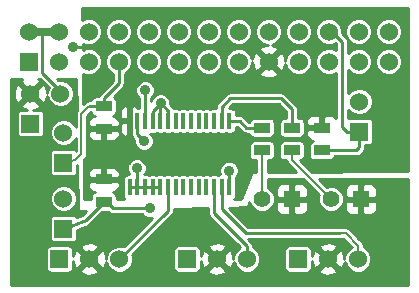
<source format=gtl>
G04 #@! TF.FileFunction,Copper,L1,Top,Signal*
%FSLAX46Y46*%
G04 Gerber Fmt 4.6, Leading zero omitted, Abs format (unit mm)*
G04 Created by KiCad (PCBNEW (after 2015-mar-04 BZR unknown)-product) date 5/18/2015 8:11:33 PM*
%MOMM*%
G01*
G04 APERTURE LIST*
%ADD10C,0.150000*%
%ADD11R,1.524000X1.524000*%
%ADD12C,1.524000*%
%ADD13R,1.397000X0.889000*%
%ADD14R,0.419100X1.470660*%
%ADD15R,1.397000X1.397000*%
%ADD16C,1.397000*%
%ADD17C,0.889000*%
%ADD18C,0.254000*%
%ADD19C,0.203200*%
%ADD20C,0.635000*%
G04 APERTURE END LIST*
D10*
D11*
X46850000Y-34870000D03*
D12*
X46850000Y-32330000D03*
X49390000Y-34870000D03*
X49390000Y-32330000D03*
X51930000Y-34870000D03*
X51930000Y-32330000D03*
X54470000Y-34870000D03*
X54470000Y-32330000D03*
X57010000Y-34870000D03*
X57010000Y-32330000D03*
X59550000Y-34870000D03*
X59550000Y-32330000D03*
X62090000Y-34870000D03*
X62090000Y-32330000D03*
X64630000Y-34870000D03*
X64630000Y-32330000D03*
X67170000Y-34870000D03*
X67170000Y-32330000D03*
X69710000Y-34870000D03*
X69710000Y-32330000D03*
X72250000Y-34870000D03*
X72250000Y-32330000D03*
X74790000Y-34870000D03*
X74790000Y-32330000D03*
X77330000Y-34870000D03*
X77330000Y-32330000D03*
D11*
X69638000Y-51590000D03*
D12*
X72178000Y-51590000D03*
X74718000Y-51590000D03*
D13*
X71670000Y-40477500D03*
X71670000Y-42382500D03*
X53200000Y-40552500D03*
X53200000Y-38647500D03*
X53200000Y-44847500D03*
X53200000Y-46752500D03*
X69130000Y-40477500D03*
X69130000Y-42382500D03*
X66590000Y-40477500D03*
X66590000Y-42382500D03*
D11*
X60240000Y-51590000D03*
D12*
X62780000Y-51590000D03*
X65320000Y-51590000D03*
D11*
X49784000Y-43434000D03*
D12*
X49784000Y-40894000D03*
D11*
X49784000Y-49022000D03*
D12*
X49784000Y-46482000D03*
D11*
X49445000Y-51590000D03*
D12*
X51985000Y-51590000D03*
X54525000Y-51590000D03*
D11*
X74845000Y-40795000D03*
D12*
X74845000Y-38255000D03*
D14*
X59279880Y-45499080D03*
X59930120Y-45499080D03*
X60580360Y-45499080D03*
X61230600Y-45499080D03*
X57339320Y-39906000D03*
X57329160Y-45499080D03*
X57979400Y-45499080D03*
X58629640Y-45499080D03*
X61880840Y-39900920D03*
X61230600Y-39900920D03*
X60580360Y-39900920D03*
X59930120Y-39900920D03*
X59279880Y-39900920D03*
X58629640Y-39900920D03*
X61880840Y-45499080D03*
X57979400Y-39906000D03*
X56678920Y-45499080D03*
X62531080Y-45499080D03*
X62531080Y-39900920D03*
X56678920Y-39900920D03*
X56031220Y-45499080D03*
X63178780Y-45499080D03*
X63178780Y-39900920D03*
X56031220Y-39900920D03*
X55380980Y-45499080D03*
X63829020Y-45499080D03*
X63829020Y-39900920D03*
X55380980Y-39900920D03*
D15*
X74972000Y-46510000D03*
D16*
X72432000Y-46510000D03*
D15*
X69130000Y-46510000D03*
D16*
X66590000Y-46510000D03*
D11*
X46990000Y-40132000D03*
D12*
X46990000Y-37592000D03*
X49530000Y-37592000D03*
D17*
X50600000Y-33600000D03*
X59478000Y-41531600D03*
X57100000Y-47300000D03*
X56700000Y-37300000D03*
X56600000Y-41600000D03*
X58000000Y-38400000D03*
X63800000Y-44100000D03*
X56000000Y-43900000D03*
D18*
X50600000Y-33600000D02*
X51400000Y-33600000D01*
X53200000Y-46752500D02*
X53452500Y-46752500D01*
X54000000Y-47300000D02*
X57100000Y-47300000D01*
X53452500Y-46752500D02*
X54000000Y-47300000D01*
X51664500Y-48288000D02*
X53200000Y-46752500D01*
X49784000Y-49022000D02*
X51664500Y-48288000D01*
X74582500Y-42382500D02*
X74845000Y-42120000D01*
X74845000Y-42120000D02*
X74845000Y-40795000D01*
X71670000Y-42382500D02*
X74582500Y-42382500D01*
X72530000Y-32330000D02*
X73400000Y-33200000D01*
X73400000Y-33200000D02*
X73400000Y-40400000D01*
X73400000Y-40400000D02*
X73795000Y-40795000D01*
X73795000Y-40795000D02*
X74845000Y-40795000D01*
X72250000Y-32330000D02*
X72530000Y-32330000D01*
X53200000Y-38000000D02*
X54470000Y-36730000D01*
X54470000Y-36730000D02*
X54470000Y-34870000D01*
X53200000Y-38647500D02*
X53200000Y-38000000D01*
X51952500Y-38647500D02*
X53200000Y-38647500D01*
D19*
X51952500Y-38647500D02*
X53200000Y-38647500D01*
X50772000Y-43208000D02*
X51308000Y-42672000D01*
X51308000Y-42672000D02*
X51308000Y-39292000D01*
X51308000Y-39292000D02*
X51952500Y-38647500D01*
X49784000Y-43434000D02*
X50772000Y-43208000D01*
D18*
X51985000Y-34925000D02*
X51930000Y-34870000D01*
X56678920Y-37321080D02*
X56700000Y-37300000D01*
X56678920Y-39900920D02*
X56678920Y-37321080D01*
X56031220Y-41031220D02*
X56600000Y-41600000D01*
X56031220Y-39900920D02*
X56031220Y-41031220D01*
X57979400Y-38420600D02*
X58000000Y-38400000D01*
X57339320Y-39060680D02*
X57339320Y-39906000D01*
X57339320Y-39060680D02*
X58000000Y-38400000D01*
X57979400Y-39906000D02*
X57979400Y-38420600D01*
X58629640Y-39029640D02*
X58000000Y-38400000D01*
X58629640Y-39900920D02*
X58629640Y-39029640D01*
X63829020Y-44129020D02*
X63800000Y-44100000D01*
X63829020Y-45499080D02*
X63829020Y-44129020D01*
X57329160Y-45499080D02*
X57979400Y-45499080D01*
X56678920Y-45499080D02*
X57329160Y-45499080D01*
X56031220Y-45499080D02*
X56678920Y-45499080D01*
X55380980Y-45499080D02*
X56031220Y-45499080D01*
D20*
X56031220Y-43931220D02*
X56000000Y-43900000D01*
D18*
X56031220Y-43931220D02*
X56000000Y-43900000D01*
X56031220Y-45499080D02*
X56031220Y-43931220D01*
X58629640Y-47485360D02*
X54525000Y-51590000D01*
X58629640Y-45499080D02*
X58629640Y-47485360D01*
X63178780Y-47378780D02*
X65200000Y-49400000D01*
X65200000Y-49400000D02*
X73194000Y-49400000D01*
X63178780Y-45499080D02*
X63178780Y-47378780D01*
D19*
X73671000Y-49400000D02*
X74718000Y-50447000D01*
X74718000Y-50447000D02*
X74718000Y-51590000D01*
X73194000Y-49400000D02*
X73671000Y-49400000D01*
D18*
X62531080Y-47731080D02*
X65320000Y-50520000D01*
X65320000Y-50520000D02*
X65320000Y-51590000D01*
X62531080Y-45499080D02*
X62531080Y-47731080D01*
X63900000Y-38000000D02*
X68200000Y-38000000D01*
X68200000Y-38000000D02*
X69130000Y-38930000D01*
X69130000Y-38930000D02*
X69130000Y-40477500D01*
X63178780Y-38721220D02*
X63900000Y-38000000D01*
X63178780Y-39900920D02*
X63178780Y-38721220D01*
X65277500Y-40477500D02*
X66590000Y-40477500D01*
X64700920Y-39900920D02*
X65277500Y-40477500D01*
X63829020Y-39900920D02*
X64700920Y-39900920D01*
D19*
X69130000Y-43208000D02*
X70400000Y-44478000D01*
X70400000Y-44478000D02*
X72432000Y-46510000D01*
X69130000Y-42382500D02*
X69130000Y-43208000D01*
X66590000Y-42382500D02*
X66590000Y-46510000D01*
D20*
X48006000Y-32330000D02*
X49390000Y-32330000D01*
X46850000Y-32330000D02*
X48006000Y-32330000D01*
D18*
X49530000Y-37338000D02*
X48006000Y-35814000D01*
X48006000Y-35814000D02*
X48006000Y-32330000D01*
X49530000Y-37592000D02*
X49530000Y-37338000D01*
G36*
X78909800Y-44151144D02*
X78473198Y-44154025D01*
X78473198Y-34643641D01*
X78473198Y-32103641D01*
X78299554Y-31683388D01*
X77978303Y-31361577D01*
X77558354Y-31187199D01*
X77103641Y-31186802D01*
X76683388Y-31360446D01*
X76361577Y-31681697D01*
X76187199Y-32101646D01*
X76186802Y-32556359D01*
X76360446Y-32976612D01*
X76681697Y-33298423D01*
X77101646Y-33472801D01*
X77556359Y-33473198D01*
X77976612Y-33299554D01*
X78298423Y-32978303D01*
X78472801Y-32558354D01*
X78473198Y-32103641D01*
X78473198Y-34643641D01*
X78299554Y-34223388D01*
X77978303Y-33901577D01*
X77558354Y-33727199D01*
X77103641Y-33726802D01*
X76683388Y-33900446D01*
X76361577Y-34221697D01*
X76187199Y-34641646D01*
X76186802Y-35096359D01*
X76360446Y-35516612D01*
X76681697Y-35838423D01*
X77101646Y-36012801D01*
X77556359Y-36013198D01*
X77976612Y-35839554D01*
X78298423Y-35518303D01*
X78472801Y-35098354D01*
X78473198Y-34643641D01*
X78473198Y-44154025D01*
X75995464Y-44170381D01*
X75995464Y-41557000D01*
X75995464Y-40033000D01*
X75967278Y-39887726D01*
X75883404Y-39760044D01*
X75756784Y-39674574D01*
X75607000Y-39644536D01*
X74083000Y-39644536D01*
X73937726Y-39672722D01*
X73908000Y-39692248D01*
X73908000Y-38934222D01*
X74196697Y-39223423D01*
X74616646Y-39397801D01*
X75071359Y-39398198D01*
X75491612Y-39224554D01*
X75813423Y-38903303D01*
X75987801Y-38483354D01*
X75988198Y-38028641D01*
X75814554Y-37608388D01*
X75493303Y-37286577D01*
X75073354Y-37112199D01*
X74618641Y-37111802D01*
X74198388Y-37285446D01*
X73908000Y-37575328D01*
X73908000Y-35604318D01*
X74141697Y-35838423D01*
X74561646Y-36012801D01*
X75016359Y-36013198D01*
X75436612Y-35839554D01*
X75758423Y-35518303D01*
X75932801Y-35098354D01*
X75933198Y-34643641D01*
X75759554Y-34223388D01*
X75438303Y-33901577D01*
X75018354Y-33727199D01*
X74563641Y-33726802D01*
X74143388Y-33900446D01*
X73908000Y-34135424D01*
X73908000Y-33200000D01*
X73874295Y-33030555D01*
X74141697Y-33298423D01*
X74561646Y-33472801D01*
X75016359Y-33473198D01*
X75436612Y-33299554D01*
X75758423Y-32978303D01*
X75932801Y-32558354D01*
X75933198Y-32103641D01*
X75759554Y-31683388D01*
X75438303Y-31361577D01*
X75018354Y-31187199D01*
X74563641Y-31186802D01*
X74143388Y-31360446D01*
X73821577Y-31681697D01*
X73647199Y-32101646D01*
X73646802Y-32556359D01*
X73772615Y-32860852D01*
X73759210Y-32840790D01*
X73392874Y-32474454D01*
X73393198Y-32103641D01*
X73219554Y-31683388D01*
X72898303Y-31361577D01*
X72478354Y-31187199D01*
X72023641Y-31186802D01*
X71603388Y-31360446D01*
X71281577Y-31681697D01*
X71107199Y-32101646D01*
X71106802Y-32556359D01*
X71280446Y-32976612D01*
X71601697Y-33298423D01*
X72021646Y-33472801D01*
X72476359Y-33473198D01*
X72814897Y-33333317D01*
X72892000Y-33410420D01*
X72892000Y-33898959D01*
X72478354Y-33727199D01*
X72023641Y-33726802D01*
X71603388Y-33900446D01*
X71281577Y-34221697D01*
X71107199Y-34641646D01*
X71106802Y-35096359D01*
X71280446Y-35516612D01*
X71601697Y-35838423D01*
X72021646Y-36012801D01*
X72476359Y-36013198D01*
X72892000Y-35841459D01*
X72892000Y-39658474D01*
X72728199Y-39494673D01*
X72494810Y-39398000D01*
X72242191Y-39398000D01*
X71955750Y-39398000D01*
X71797000Y-39556750D01*
X71797000Y-40350500D01*
X71817000Y-40350500D01*
X71817000Y-40604500D01*
X71797000Y-40604500D01*
X71797000Y-40624500D01*
X71543000Y-40624500D01*
X71543000Y-40604500D01*
X71543000Y-40350500D01*
X71543000Y-39556750D01*
X71384250Y-39398000D01*
X71097809Y-39398000D01*
X70853198Y-39398000D01*
X70853198Y-34643641D01*
X70853198Y-32103641D01*
X70679554Y-31683388D01*
X70358303Y-31361577D01*
X69938354Y-31187199D01*
X69483641Y-31186802D01*
X69063388Y-31360446D01*
X68741577Y-31681697D01*
X68567199Y-32101646D01*
X68566802Y-32556359D01*
X68740446Y-32976612D01*
X69061697Y-33298423D01*
X69481646Y-33472801D01*
X69936359Y-33473198D01*
X70356612Y-33299554D01*
X70678423Y-32978303D01*
X70852801Y-32558354D01*
X70853198Y-32103641D01*
X70853198Y-34643641D01*
X70679554Y-34223388D01*
X70358303Y-33901577D01*
X69938354Y-33727199D01*
X69483641Y-33726802D01*
X69063388Y-33900446D01*
X68741577Y-34221697D01*
X68567199Y-34641646D01*
X68567029Y-34835660D01*
X68551362Y-34522632D01*
X68392397Y-34138857D01*
X68313198Y-34116140D01*
X68313198Y-32103641D01*
X68139554Y-31683388D01*
X67818303Y-31361577D01*
X67398354Y-31187199D01*
X66943641Y-31186802D01*
X66523388Y-31360446D01*
X66201577Y-31681697D01*
X66027199Y-32101646D01*
X66026802Y-32556359D01*
X66200446Y-32976612D01*
X66521697Y-33298423D01*
X66941646Y-33472801D01*
X67135660Y-33472970D01*
X66822632Y-33488638D01*
X66438857Y-33647603D01*
X66369392Y-33889787D01*
X67170000Y-34690395D01*
X67970608Y-33889787D01*
X67901143Y-33647603D01*
X67403741Y-33470147D01*
X67816612Y-33299554D01*
X68138423Y-32978303D01*
X68312801Y-32558354D01*
X68313198Y-32103641D01*
X68313198Y-34116140D01*
X68150213Y-34069392D01*
X67349605Y-34870000D01*
X68150213Y-35670608D01*
X68392397Y-35601143D01*
X68569852Y-35103741D01*
X68740446Y-35516612D01*
X69061697Y-35838423D01*
X69481646Y-36012801D01*
X69936359Y-36013198D01*
X70356612Y-35839554D01*
X70678423Y-35518303D01*
X70852801Y-35098354D01*
X70853198Y-34643641D01*
X70853198Y-39398000D01*
X70845190Y-39398000D01*
X70611801Y-39494673D01*
X70433173Y-39673302D01*
X70336500Y-39906691D01*
X70336500Y-40191750D01*
X70495250Y-40350500D01*
X71543000Y-40350500D01*
X71543000Y-40604500D01*
X70495250Y-40604500D01*
X70336500Y-40763250D01*
X70336500Y-41048309D01*
X70433173Y-41281698D01*
X70611801Y-41460327D01*
X70845190Y-41557000D01*
X70933029Y-41557000D01*
X70826226Y-41577722D01*
X70698544Y-41661596D01*
X70613074Y-41788216D01*
X70583036Y-41938000D01*
X70583036Y-42827000D01*
X70611222Y-42972274D01*
X70695096Y-43099956D01*
X70821716Y-43185426D01*
X70971500Y-43215464D01*
X72368500Y-43215464D01*
X72513774Y-43187278D01*
X72641456Y-43103404D01*
X72726926Y-42976784D01*
X72744229Y-42890500D01*
X74582500Y-42890500D01*
X74776903Y-42851831D01*
X74941710Y-42741710D01*
X75204210Y-42479210D01*
X75314331Y-42314403D01*
X75353000Y-42120000D01*
X75353000Y-41945464D01*
X75607000Y-41945464D01*
X75752274Y-41917278D01*
X75879956Y-41833404D01*
X75965426Y-41706784D01*
X75995464Y-41557000D01*
X75995464Y-44170381D01*
X70809116Y-44204616D01*
X70741250Y-44136750D01*
X69819964Y-43215464D01*
X69828500Y-43215464D01*
X69973774Y-43187278D01*
X70101456Y-43103404D01*
X70186926Y-42976784D01*
X70216964Y-42827000D01*
X70216964Y-41938000D01*
X70216964Y-40922000D01*
X70216964Y-40033000D01*
X70188778Y-39887726D01*
X70104904Y-39760044D01*
X69978284Y-39674574D01*
X69828500Y-39644536D01*
X69638000Y-39644536D01*
X69638000Y-38930000D01*
X69599331Y-38735597D01*
X69489211Y-38570790D01*
X68559210Y-37640790D01*
X68394403Y-37530669D01*
X68200000Y-37492000D01*
X67970608Y-37492000D01*
X67970608Y-35850213D01*
X67170000Y-35049605D01*
X66990395Y-35229210D01*
X66990395Y-34870000D01*
X66189787Y-34069392D01*
X65947603Y-34138857D01*
X65773198Y-34627706D01*
X65773198Y-32103641D01*
X65599554Y-31683388D01*
X65278303Y-31361577D01*
X64858354Y-31187199D01*
X64403641Y-31186802D01*
X63983388Y-31360446D01*
X63661577Y-31681697D01*
X63487199Y-32101646D01*
X63486802Y-32556359D01*
X63660446Y-32976612D01*
X63981697Y-33298423D01*
X64401646Y-33472801D01*
X64856359Y-33473198D01*
X65276612Y-33299554D01*
X65598423Y-32978303D01*
X65772801Y-32558354D01*
X65773198Y-32103641D01*
X65773198Y-34627706D01*
X65770147Y-34636258D01*
X65599554Y-34223388D01*
X65278303Y-33901577D01*
X64858354Y-33727199D01*
X64403641Y-33726802D01*
X63983388Y-33900446D01*
X63661577Y-34221697D01*
X63487199Y-34641646D01*
X63486802Y-35096359D01*
X63660446Y-35516612D01*
X63981697Y-35838423D01*
X64401646Y-36012801D01*
X64856359Y-36013198D01*
X65276612Y-35839554D01*
X65598423Y-35518303D01*
X65772801Y-35098354D01*
X65772970Y-34904339D01*
X65788638Y-35217368D01*
X65947603Y-35601143D01*
X66189787Y-35670608D01*
X66990395Y-34870000D01*
X66990395Y-35229210D01*
X66369392Y-35850213D01*
X66438857Y-36092397D01*
X66962302Y-36279144D01*
X67517368Y-36251362D01*
X67901143Y-36092397D01*
X67970608Y-35850213D01*
X67970608Y-37492000D01*
X63900000Y-37492000D01*
X63705596Y-37530669D01*
X63540790Y-37640790D01*
X63233198Y-37948382D01*
X63233198Y-34643641D01*
X63233198Y-32103641D01*
X63059554Y-31683388D01*
X62738303Y-31361577D01*
X62318354Y-31187199D01*
X61863641Y-31186802D01*
X61443388Y-31360446D01*
X61121577Y-31681697D01*
X60947199Y-32101646D01*
X60946802Y-32556359D01*
X61120446Y-32976612D01*
X61441697Y-33298423D01*
X61861646Y-33472801D01*
X62316359Y-33473198D01*
X62736612Y-33299554D01*
X63058423Y-32978303D01*
X63232801Y-32558354D01*
X63233198Y-32103641D01*
X63233198Y-34643641D01*
X63059554Y-34223388D01*
X62738303Y-33901577D01*
X62318354Y-33727199D01*
X61863641Y-33726802D01*
X61443388Y-33900446D01*
X61121577Y-34221697D01*
X60947199Y-34641646D01*
X60946802Y-35096359D01*
X61120446Y-35516612D01*
X61441697Y-35838423D01*
X61861646Y-36012801D01*
X62316359Y-36013198D01*
X62736612Y-35839554D01*
X63058423Y-35518303D01*
X63232801Y-35098354D01*
X63233198Y-34643641D01*
X63233198Y-37948382D01*
X62819570Y-38362010D01*
X62709449Y-38526817D01*
X62670780Y-38721220D01*
X62670780Y-38828921D01*
X62321530Y-38828921D01*
X62204049Y-38851714D01*
X62090390Y-38828921D01*
X61671290Y-38828921D01*
X61553809Y-38851714D01*
X61440150Y-38828921D01*
X61021050Y-38828921D01*
X60903569Y-38851714D01*
X60789910Y-38828921D01*
X60693198Y-38828921D01*
X60693198Y-34643641D01*
X60693198Y-32103641D01*
X60519554Y-31683388D01*
X60198303Y-31361577D01*
X59778354Y-31187199D01*
X59323641Y-31186802D01*
X58903388Y-31360446D01*
X58581577Y-31681697D01*
X58407199Y-32101646D01*
X58406802Y-32556359D01*
X58580446Y-32976612D01*
X58901697Y-33298423D01*
X59321646Y-33472801D01*
X59776359Y-33473198D01*
X60196612Y-33299554D01*
X60518423Y-32978303D01*
X60692801Y-32558354D01*
X60693198Y-32103641D01*
X60693198Y-34643641D01*
X60519554Y-34223388D01*
X60198303Y-33901577D01*
X59778354Y-33727199D01*
X59323641Y-33726802D01*
X58903388Y-33900446D01*
X58581577Y-34221697D01*
X58407199Y-34641646D01*
X58406802Y-35096359D01*
X58580446Y-35516612D01*
X58901697Y-35838423D01*
X59321646Y-36012801D01*
X59776359Y-36013198D01*
X60196612Y-35839554D01*
X60518423Y-35518303D01*
X60692801Y-35098354D01*
X60693198Y-34643641D01*
X60693198Y-38828921D01*
X60370810Y-38828921D01*
X60253329Y-38851714D01*
X60139670Y-38828921D01*
X59720570Y-38828921D01*
X59603089Y-38851714D01*
X59489430Y-38828921D01*
X59094751Y-38828921D01*
X58988850Y-38670430D01*
X58988850Y-38670429D01*
X58825407Y-38506986D01*
X58825643Y-38236518D01*
X58700233Y-37933002D01*
X58468219Y-37700583D01*
X58164923Y-37574643D01*
X58153198Y-37574632D01*
X58153198Y-34643641D01*
X58153198Y-32103641D01*
X57979554Y-31683388D01*
X57658303Y-31361577D01*
X57238354Y-31187199D01*
X56783641Y-31186802D01*
X56363388Y-31360446D01*
X56041577Y-31681697D01*
X55867199Y-32101646D01*
X55866802Y-32556359D01*
X56040446Y-32976612D01*
X56361697Y-33298423D01*
X56781646Y-33472801D01*
X57236359Y-33473198D01*
X57656612Y-33299554D01*
X57978423Y-32978303D01*
X58152801Y-32558354D01*
X58153198Y-32103641D01*
X58153198Y-34643641D01*
X57979554Y-34223388D01*
X57658303Y-33901577D01*
X57238354Y-33727199D01*
X56783641Y-33726802D01*
X56363388Y-33900446D01*
X56041577Y-34221697D01*
X55867199Y-34641646D01*
X55866802Y-35096359D01*
X56040446Y-35516612D01*
X56361697Y-35838423D01*
X56781646Y-36012801D01*
X57236359Y-36013198D01*
X57656612Y-35839554D01*
X57978423Y-35518303D01*
X58152801Y-35098354D01*
X58153198Y-34643641D01*
X58153198Y-37574632D01*
X57836518Y-37574357D01*
X57533002Y-37699767D01*
X57300583Y-37931781D01*
X57186920Y-38205510D01*
X57186920Y-37980345D01*
X57399417Y-37768219D01*
X57525357Y-37464923D01*
X57525643Y-37136518D01*
X57400233Y-36833002D01*
X57168219Y-36600583D01*
X56864923Y-36474643D01*
X56536518Y-36474357D01*
X56233002Y-36599767D01*
X56000583Y-36831781D01*
X55874643Y-37135077D01*
X55874357Y-37463482D01*
X55999767Y-37766998D01*
X56170920Y-37938449D01*
X56170920Y-38828921D01*
X56138396Y-38828921D01*
X56128857Y-38805891D01*
X55950228Y-38627263D01*
X55716839Y-38530590D01*
X55644505Y-38530590D01*
X55485755Y-38689340D01*
X55485755Y-39161830D01*
X55485001Y-39165590D01*
X55485001Y-40636250D01*
X55485755Y-40640136D01*
X55485755Y-41112500D01*
X55552704Y-41179449D01*
X55561889Y-41225623D01*
X55672010Y-41390430D01*
X55774592Y-41493012D01*
X55774357Y-41763482D01*
X55899767Y-42066998D01*
X56131781Y-42299417D01*
X56435077Y-42425357D01*
X56763482Y-42425643D01*
X57066998Y-42300233D01*
X57299417Y-42068219D01*
X57425357Y-41764923D01*
X57425643Y-41436518D01*
X57300233Y-41133002D01*
X57145500Y-40977999D01*
X57548870Y-40977999D01*
X57661186Y-40956207D01*
X57769850Y-40977999D01*
X58188950Y-40977999D01*
X58314854Y-40953571D01*
X58316902Y-40952225D01*
X58420090Y-40972919D01*
X58839190Y-40972919D01*
X58956670Y-40950125D01*
X59070330Y-40972919D01*
X59489430Y-40972919D01*
X59606910Y-40950125D01*
X59720570Y-40972919D01*
X60139670Y-40972919D01*
X60257150Y-40950125D01*
X60370810Y-40972919D01*
X60789910Y-40972919D01*
X60907390Y-40950125D01*
X61021050Y-40972919D01*
X61440150Y-40972919D01*
X61557630Y-40950125D01*
X61671290Y-40972919D01*
X62090390Y-40972919D01*
X62207870Y-40950125D01*
X62321530Y-40972919D01*
X62740630Y-40972919D01*
X62856819Y-40950375D01*
X62969230Y-40972919D01*
X63388330Y-40972919D01*
X63505810Y-40950125D01*
X63619470Y-40972919D01*
X64038570Y-40972919D01*
X64164474Y-40948491D01*
X64275132Y-40875800D01*
X64349206Y-40766063D01*
X64375239Y-40636250D01*
X64375239Y-40408920D01*
X64490500Y-40408920D01*
X64918290Y-40836710D01*
X65083096Y-40946831D01*
X65083097Y-40946831D01*
X65115349Y-40953246D01*
X65277500Y-40985500D01*
X65515356Y-40985500D01*
X65531222Y-41067274D01*
X65615096Y-41194956D01*
X65741716Y-41280426D01*
X65891500Y-41310464D01*
X67288500Y-41310464D01*
X67433774Y-41282278D01*
X67561456Y-41198404D01*
X67646926Y-41071784D01*
X67676964Y-40922000D01*
X67676964Y-40033000D01*
X67648778Y-39887726D01*
X67564904Y-39760044D01*
X67438284Y-39674574D01*
X67288500Y-39644536D01*
X65891500Y-39644536D01*
X65746226Y-39672722D01*
X65618544Y-39756596D01*
X65533074Y-39883216D01*
X65515770Y-39969500D01*
X65487920Y-39969500D01*
X65060130Y-39541710D01*
X64895323Y-39431589D01*
X64700920Y-39392920D01*
X64375239Y-39392920D01*
X64375239Y-39165590D01*
X64350811Y-39039686D01*
X64278120Y-38929028D01*
X64168383Y-38854954D01*
X64038570Y-38828921D01*
X63789499Y-38828921D01*
X64110420Y-38508000D01*
X67989579Y-38508000D01*
X68622000Y-39140420D01*
X68622000Y-39644536D01*
X68431500Y-39644536D01*
X68286226Y-39672722D01*
X68158544Y-39756596D01*
X68073074Y-39883216D01*
X68043036Y-40033000D01*
X68043036Y-40922000D01*
X68071222Y-41067274D01*
X68155096Y-41194956D01*
X68281716Y-41280426D01*
X68431500Y-41310464D01*
X69828500Y-41310464D01*
X69973774Y-41282278D01*
X70101456Y-41198404D01*
X70186926Y-41071784D01*
X70216964Y-40922000D01*
X70216964Y-41938000D01*
X70188778Y-41792726D01*
X70104904Y-41665044D01*
X69978284Y-41579574D01*
X69828500Y-41549536D01*
X68431500Y-41549536D01*
X68286226Y-41577722D01*
X68158544Y-41661596D01*
X68073074Y-41788216D01*
X68043036Y-41938000D01*
X68043036Y-42827000D01*
X68071222Y-42972274D01*
X68155096Y-43099956D01*
X68281716Y-43185426D01*
X68431500Y-43215464D01*
X68648884Y-43215464D01*
X68684136Y-43392683D01*
X68788750Y-43549250D01*
X69453067Y-44213567D01*
X67072600Y-44229280D01*
X67072600Y-43215464D01*
X67288500Y-43215464D01*
X67433774Y-43187278D01*
X67561456Y-43103404D01*
X67646926Y-42976784D01*
X67676964Y-42827000D01*
X67676964Y-41938000D01*
X67648778Y-41792726D01*
X67564904Y-41665044D01*
X67438284Y-41579574D01*
X67288500Y-41549536D01*
X65891500Y-41549536D01*
X65746226Y-41577722D01*
X65618544Y-41661596D01*
X65533074Y-41788216D01*
X65503036Y-41938000D01*
X65503036Y-42827000D01*
X65531222Y-42972274D01*
X65615096Y-43099956D01*
X65741716Y-43185426D01*
X65891500Y-43215464D01*
X66107400Y-43215464D01*
X66107400Y-44235651D01*
X65726295Y-44238167D01*
X64824985Y-46498238D01*
X64239851Y-46497135D01*
X64275132Y-46473960D01*
X64349206Y-46364223D01*
X64375239Y-46234410D01*
X64375239Y-44763750D01*
X64363606Y-44703793D01*
X64499417Y-44568219D01*
X64625357Y-44264923D01*
X64625643Y-43936518D01*
X64500233Y-43633002D01*
X64268219Y-43400583D01*
X63964923Y-43274643D01*
X63636518Y-43274357D01*
X63333002Y-43399767D01*
X63100583Y-43631781D01*
X62974643Y-43935077D01*
X62974357Y-44263482D01*
X63041954Y-44427081D01*
X62969230Y-44427081D01*
X62853040Y-44449624D01*
X62740630Y-44427081D01*
X62321530Y-44427081D01*
X62204049Y-44449874D01*
X62090390Y-44427081D01*
X61671290Y-44427081D01*
X61553809Y-44449874D01*
X61440150Y-44427081D01*
X61021050Y-44427081D01*
X60903569Y-44449874D01*
X60789910Y-44427081D01*
X60370810Y-44427081D01*
X60253329Y-44449874D01*
X60139670Y-44427081D01*
X59720570Y-44427081D01*
X59603089Y-44449874D01*
X59489430Y-44427081D01*
X59070330Y-44427081D01*
X58952849Y-44449874D01*
X58839190Y-44427081D01*
X58420090Y-44427081D01*
X58302609Y-44449874D01*
X58188950Y-44427081D01*
X57769850Y-44427081D01*
X57652369Y-44449874D01*
X57538710Y-44427081D01*
X57119610Y-44427081D01*
X57002129Y-44449874D01*
X56888470Y-44427081D01*
X56640452Y-44427081D01*
X56699417Y-44368219D01*
X56825357Y-44064923D01*
X56825643Y-43736518D01*
X56700233Y-43433002D01*
X56468219Y-43200583D01*
X56164923Y-43074643D01*
X55836518Y-43074357D01*
X55533002Y-43199767D01*
X55300583Y-43431781D01*
X55276205Y-43490489D01*
X55276205Y-41112500D01*
X55276205Y-40027920D01*
X55276205Y-39773920D01*
X55276205Y-38689340D01*
X55117455Y-38530590D01*
X55045121Y-38530590D01*
X54811732Y-38627263D01*
X54633103Y-38805891D01*
X54536430Y-39039280D01*
X54536430Y-39291899D01*
X54536430Y-39615170D01*
X54695180Y-39773920D01*
X55276205Y-39773920D01*
X55276205Y-40027920D01*
X54695180Y-40027920D01*
X54536430Y-40186670D01*
X54536430Y-40509941D01*
X54536430Y-40762560D01*
X54633103Y-40995949D01*
X54811732Y-41174577D01*
X55045121Y-41271250D01*
X55117455Y-41271250D01*
X55276205Y-41112500D01*
X55276205Y-43490489D01*
X55174643Y-43735077D01*
X55174357Y-44063482D01*
X55299767Y-44366998D01*
X55359745Y-44427081D01*
X55171430Y-44427081D01*
X55045526Y-44451509D01*
X54934868Y-44524200D01*
X54860794Y-44633937D01*
X54834761Y-44763750D01*
X54834761Y-46234410D01*
X54859189Y-46360314D01*
X54931880Y-46470972D01*
X54944700Y-46479626D01*
X54286964Y-46478387D01*
X54286964Y-46308000D01*
X54258778Y-46162726D01*
X54174904Y-46035044D01*
X54048284Y-45949574D01*
X53935719Y-45927000D01*
X54024810Y-45927000D01*
X54258199Y-45830327D01*
X54436827Y-45651698D01*
X54533500Y-45418309D01*
X54533500Y-45133250D01*
X54533500Y-44561750D01*
X54533500Y-44276691D01*
X54533500Y-41123309D01*
X54533500Y-40838250D01*
X54374750Y-40679500D01*
X53327000Y-40679500D01*
X53327000Y-41473250D01*
X53485750Y-41632000D01*
X53772191Y-41632000D01*
X54024810Y-41632000D01*
X54258199Y-41535327D01*
X54436827Y-41356698D01*
X54533500Y-41123309D01*
X54533500Y-44276691D01*
X54436827Y-44043302D01*
X54258199Y-43864673D01*
X54024810Y-43768000D01*
X53772191Y-43768000D01*
X53485750Y-43768000D01*
X53327000Y-43926750D01*
X53327000Y-44720500D01*
X54374750Y-44720500D01*
X54533500Y-44561750D01*
X54533500Y-45133250D01*
X54374750Y-44974500D01*
X53327000Y-44974500D01*
X53327000Y-44994500D01*
X53073000Y-44994500D01*
X53073000Y-44974500D01*
X53073000Y-44720500D01*
X53073000Y-43926750D01*
X53073000Y-41473250D01*
X53073000Y-40679500D01*
X52025250Y-40679500D01*
X51866500Y-40838250D01*
X51866500Y-41123309D01*
X51963173Y-41356698D01*
X52141801Y-41535327D01*
X52375190Y-41632000D01*
X52627809Y-41632000D01*
X52914250Y-41632000D01*
X53073000Y-41473250D01*
X53073000Y-43926750D01*
X52914250Y-43768000D01*
X52627809Y-43768000D01*
X52375190Y-43768000D01*
X52141801Y-43864673D01*
X51963173Y-44043302D01*
X51866500Y-44276691D01*
X51866500Y-44561750D01*
X52025250Y-44720500D01*
X53073000Y-44720500D01*
X53073000Y-44974500D01*
X52025250Y-44974500D01*
X51866500Y-45133250D01*
X51866500Y-45418309D01*
X51963173Y-45651698D01*
X52141801Y-45830327D01*
X52375190Y-45927000D01*
X52463029Y-45927000D01*
X52356226Y-45947722D01*
X52228544Y-46031596D01*
X52143074Y-46158216D01*
X52113036Y-46308000D01*
X52113036Y-46474291D01*
X51552482Y-46473236D01*
X51512443Y-43150055D01*
X51649246Y-43013252D01*
X51649249Y-43013250D01*
X51649250Y-43013250D01*
X51753864Y-42856683D01*
X51790600Y-42672000D01*
X51790600Y-39491899D01*
X52125623Y-39156876D01*
X52141222Y-39237274D01*
X52225096Y-39364956D01*
X52351716Y-39450426D01*
X52464280Y-39473000D01*
X52375190Y-39473000D01*
X52141801Y-39569673D01*
X51963173Y-39748302D01*
X51866500Y-39981691D01*
X51866500Y-40266750D01*
X52025250Y-40425500D01*
X53073000Y-40425500D01*
X53073000Y-40405500D01*
X53327000Y-40405500D01*
X53327000Y-40425500D01*
X54374750Y-40425500D01*
X54533500Y-40266750D01*
X54533500Y-39981691D01*
X54436827Y-39748302D01*
X54258199Y-39569673D01*
X54024810Y-39473000D01*
X53936970Y-39473000D01*
X54043774Y-39452278D01*
X54171456Y-39368404D01*
X54256926Y-39241784D01*
X54286964Y-39092000D01*
X54286964Y-38203000D01*
X54258778Y-38057726D01*
X54174904Y-37930044D01*
X54063544Y-37854875D01*
X54829210Y-37089210D01*
X54939331Y-36924404D01*
X54939331Y-36924403D01*
X54945746Y-36892150D01*
X54977999Y-36730000D01*
X54978000Y-36730000D01*
X54978000Y-35896826D01*
X55116612Y-35839554D01*
X55438423Y-35518303D01*
X55612801Y-35098354D01*
X55613198Y-34643641D01*
X55613198Y-32103641D01*
X55439554Y-31683388D01*
X55118303Y-31361577D01*
X54698354Y-31187199D01*
X54243641Y-31186802D01*
X53823388Y-31360446D01*
X53501577Y-31681697D01*
X53327199Y-32101646D01*
X53326802Y-32556359D01*
X53500446Y-32976612D01*
X53821697Y-33298423D01*
X54241646Y-33472801D01*
X54696359Y-33473198D01*
X55116612Y-33299554D01*
X55438423Y-32978303D01*
X55612801Y-32558354D01*
X55613198Y-32103641D01*
X55613198Y-34643641D01*
X55439554Y-34223388D01*
X55118303Y-33901577D01*
X54698354Y-33727199D01*
X54243641Y-33726802D01*
X53823388Y-33900446D01*
X53501577Y-34221697D01*
X53327199Y-34641646D01*
X53326802Y-35096359D01*
X53500446Y-35516612D01*
X53821697Y-35838423D01*
X53962000Y-35896681D01*
X53962000Y-36519580D01*
X52840790Y-37640790D01*
X52730669Y-37805597D01*
X52728890Y-37814536D01*
X52501500Y-37814536D01*
X52356226Y-37842722D01*
X52228544Y-37926596D01*
X52143074Y-38053216D01*
X52125770Y-38139500D01*
X51952500Y-38139500D01*
X51758097Y-38178169D01*
X51593290Y-38288290D01*
X51520956Y-38396544D01*
X51455955Y-38461545D01*
X51425068Y-35897956D01*
X51701646Y-36012801D01*
X52156359Y-36013198D01*
X52576612Y-35839554D01*
X52898423Y-35518303D01*
X53072801Y-35098354D01*
X53073198Y-34643641D01*
X52899554Y-34223388D01*
X52578303Y-33901577D01*
X52158354Y-33727199D01*
X51703641Y-33726802D01*
X51400419Y-33852089D01*
X51394312Y-33345184D01*
X51701646Y-33472801D01*
X52156359Y-33473198D01*
X52576612Y-33299554D01*
X52898423Y-32978303D01*
X53072801Y-32558354D01*
X53073198Y-32103641D01*
X52899554Y-31683388D01*
X52578303Y-31361577D01*
X52158354Y-31187199D01*
X51703641Y-31186802D01*
X51369968Y-31324671D01*
X51358589Y-30380200D01*
X78909800Y-30380200D01*
X78909800Y-44151144D01*
X78909800Y-44151144D01*
G37*
X78909800Y-44151144D02*
X78473198Y-44154025D01*
X78473198Y-34643641D01*
X78473198Y-32103641D01*
X78299554Y-31683388D01*
X77978303Y-31361577D01*
X77558354Y-31187199D01*
X77103641Y-31186802D01*
X76683388Y-31360446D01*
X76361577Y-31681697D01*
X76187199Y-32101646D01*
X76186802Y-32556359D01*
X76360446Y-32976612D01*
X76681697Y-33298423D01*
X77101646Y-33472801D01*
X77556359Y-33473198D01*
X77976612Y-33299554D01*
X78298423Y-32978303D01*
X78472801Y-32558354D01*
X78473198Y-32103641D01*
X78473198Y-34643641D01*
X78299554Y-34223388D01*
X77978303Y-33901577D01*
X77558354Y-33727199D01*
X77103641Y-33726802D01*
X76683388Y-33900446D01*
X76361577Y-34221697D01*
X76187199Y-34641646D01*
X76186802Y-35096359D01*
X76360446Y-35516612D01*
X76681697Y-35838423D01*
X77101646Y-36012801D01*
X77556359Y-36013198D01*
X77976612Y-35839554D01*
X78298423Y-35518303D01*
X78472801Y-35098354D01*
X78473198Y-34643641D01*
X78473198Y-44154025D01*
X75995464Y-44170381D01*
X75995464Y-41557000D01*
X75995464Y-40033000D01*
X75967278Y-39887726D01*
X75883404Y-39760044D01*
X75756784Y-39674574D01*
X75607000Y-39644536D01*
X74083000Y-39644536D01*
X73937726Y-39672722D01*
X73908000Y-39692248D01*
X73908000Y-38934222D01*
X74196697Y-39223423D01*
X74616646Y-39397801D01*
X75071359Y-39398198D01*
X75491612Y-39224554D01*
X75813423Y-38903303D01*
X75987801Y-38483354D01*
X75988198Y-38028641D01*
X75814554Y-37608388D01*
X75493303Y-37286577D01*
X75073354Y-37112199D01*
X74618641Y-37111802D01*
X74198388Y-37285446D01*
X73908000Y-37575328D01*
X73908000Y-35604318D01*
X74141697Y-35838423D01*
X74561646Y-36012801D01*
X75016359Y-36013198D01*
X75436612Y-35839554D01*
X75758423Y-35518303D01*
X75932801Y-35098354D01*
X75933198Y-34643641D01*
X75759554Y-34223388D01*
X75438303Y-33901577D01*
X75018354Y-33727199D01*
X74563641Y-33726802D01*
X74143388Y-33900446D01*
X73908000Y-34135424D01*
X73908000Y-33200000D01*
X73874295Y-33030555D01*
X74141697Y-33298423D01*
X74561646Y-33472801D01*
X75016359Y-33473198D01*
X75436612Y-33299554D01*
X75758423Y-32978303D01*
X75932801Y-32558354D01*
X75933198Y-32103641D01*
X75759554Y-31683388D01*
X75438303Y-31361577D01*
X75018354Y-31187199D01*
X74563641Y-31186802D01*
X74143388Y-31360446D01*
X73821577Y-31681697D01*
X73647199Y-32101646D01*
X73646802Y-32556359D01*
X73772615Y-32860852D01*
X73759210Y-32840790D01*
X73392874Y-32474454D01*
X73393198Y-32103641D01*
X73219554Y-31683388D01*
X72898303Y-31361577D01*
X72478354Y-31187199D01*
X72023641Y-31186802D01*
X71603388Y-31360446D01*
X71281577Y-31681697D01*
X71107199Y-32101646D01*
X71106802Y-32556359D01*
X71280446Y-32976612D01*
X71601697Y-33298423D01*
X72021646Y-33472801D01*
X72476359Y-33473198D01*
X72814897Y-33333317D01*
X72892000Y-33410420D01*
X72892000Y-33898959D01*
X72478354Y-33727199D01*
X72023641Y-33726802D01*
X71603388Y-33900446D01*
X71281577Y-34221697D01*
X71107199Y-34641646D01*
X71106802Y-35096359D01*
X71280446Y-35516612D01*
X71601697Y-35838423D01*
X72021646Y-36012801D01*
X72476359Y-36013198D01*
X72892000Y-35841459D01*
X72892000Y-39658474D01*
X72728199Y-39494673D01*
X72494810Y-39398000D01*
X72242191Y-39398000D01*
X71955750Y-39398000D01*
X71797000Y-39556750D01*
X71797000Y-40350500D01*
X71817000Y-40350500D01*
X71817000Y-40604500D01*
X71797000Y-40604500D01*
X71797000Y-40624500D01*
X71543000Y-40624500D01*
X71543000Y-40604500D01*
X71543000Y-40350500D01*
X71543000Y-39556750D01*
X71384250Y-39398000D01*
X71097809Y-39398000D01*
X70853198Y-39398000D01*
X70853198Y-34643641D01*
X70853198Y-32103641D01*
X70679554Y-31683388D01*
X70358303Y-31361577D01*
X69938354Y-31187199D01*
X69483641Y-31186802D01*
X69063388Y-31360446D01*
X68741577Y-31681697D01*
X68567199Y-32101646D01*
X68566802Y-32556359D01*
X68740446Y-32976612D01*
X69061697Y-33298423D01*
X69481646Y-33472801D01*
X69936359Y-33473198D01*
X70356612Y-33299554D01*
X70678423Y-32978303D01*
X70852801Y-32558354D01*
X70853198Y-32103641D01*
X70853198Y-34643641D01*
X70679554Y-34223388D01*
X70358303Y-33901577D01*
X69938354Y-33727199D01*
X69483641Y-33726802D01*
X69063388Y-33900446D01*
X68741577Y-34221697D01*
X68567199Y-34641646D01*
X68567029Y-34835660D01*
X68551362Y-34522632D01*
X68392397Y-34138857D01*
X68313198Y-34116140D01*
X68313198Y-32103641D01*
X68139554Y-31683388D01*
X67818303Y-31361577D01*
X67398354Y-31187199D01*
X66943641Y-31186802D01*
X66523388Y-31360446D01*
X66201577Y-31681697D01*
X66027199Y-32101646D01*
X66026802Y-32556359D01*
X66200446Y-32976612D01*
X66521697Y-33298423D01*
X66941646Y-33472801D01*
X67135660Y-33472970D01*
X66822632Y-33488638D01*
X66438857Y-33647603D01*
X66369392Y-33889787D01*
X67170000Y-34690395D01*
X67970608Y-33889787D01*
X67901143Y-33647603D01*
X67403741Y-33470147D01*
X67816612Y-33299554D01*
X68138423Y-32978303D01*
X68312801Y-32558354D01*
X68313198Y-32103641D01*
X68313198Y-34116140D01*
X68150213Y-34069392D01*
X67349605Y-34870000D01*
X68150213Y-35670608D01*
X68392397Y-35601143D01*
X68569852Y-35103741D01*
X68740446Y-35516612D01*
X69061697Y-35838423D01*
X69481646Y-36012801D01*
X69936359Y-36013198D01*
X70356612Y-35839554D01*
X70678423Y-35518303D01*
X70852801Y-35098354D01*
X70853198Y-34643641D01*
X70853198Y-39398000D01*
X70845190Y-39398000D01*
X70611801Y-39494673D01*
X70433173Y-39673302D01*
X70336500Y-39906691D01*
X70336500Y-40191750D01*
X70495250Y-40350500D01*
X71543000Y-40350500D01*
X71543000Y-40604500D01*
X70495250Y-40604500D01*
X70336500Y-40763250D01*
X70336500Y-41048309D01*
X70433173Y-41281698D01*
X70611801Y-41460327D01*
X70845190Y-41557000D01*
X70933029Y-41557000D01*
X70826226Y-41577722D01*
X70698544Y-41661596D01*
X70613074Y-41788216D01*
X70583036Y-41938000D01*
X70583036Y-42827000D01*
X70611222Y-42972274D01*
X70695096Y-43099956D01*
X70821716Y-43185426D01*
X70971500Y-43215464D01*
X72368500Y-43215464D01*
X72513774Y-43187278D01*
X72641456Y-43103404D01*
X72726926Y-42976784D01*
X72744229Y-42890500D01*
X74582500Y-42890500D01*
X74776903Y-42851831D01*
X74941710Y-42741710D01*
X75204210Y-42479210D01*
X75314331Y-42314403D01*
X75353000Y-42120000D01*
X75353000Y-41945464D01*
X75607000Y-41945464D01*
X75752274Y-41917278D01*
X75879956Y-41833404D01*
X75965426Y-41706784D01*
X75995464Y-41557000D01*
X75995464Y-44170381D01*
X70809116Y-44204616D01*
X70741250Y-44136750D01*
X69819964Y-43215464D01*
X69828500Y-43215464D01*
X69973774Y-43187278D01*
X70101456Y-43103404D01*
X70186926Y-42976784D01*
X70216964Y-42827000D01*
X70216964Y-41938000D01*
X70216964Y-40922000D01*
X70216964Y-40033000D01*
X70188778Y-39887726D01*
X70104904Y-39760044D01*
X69978284Y-39674574D01*
X69828500Y-39644536D01*
X69638000Y-39644536D01*
X69638000Y-38930000D01*
X69599331Y-38735597D01*
X69489211Y-38570790D01*
X68559210Y-37640790D01*
X68394403Y-37530669D01*
X68200000Y-37492000D01*
X67970608Y-37492000D01*
X67970608Y-35850213D01*
X67170000Y-35049605D01*
X66990395Y-35229210D01*
X66990395Y-34870000D01*
X66189787Y-34069392D01*
X65947603Y-34138857D01*
X65773198Y-34627706D01*
X65773198Y-32103641D01*
X65599554Y-31683388D01*
X65278303Y-31361577D01*
X64858354Y-31187199D01*
X64403641Y-31186802D01*
X63983388Y-31360446D01*
X63661577Y-31681697D01*
X63487199Y-32101646D01*
X63486802Y-32556359D01*
X63660446Y-32976612D01*
X63981697Y-33298423D01*
X64401646Y-33472801D01*
X64856359Y-33473198D01*
X65276612Y-33299554D01*
X65598423Y-32978303D01*
X65772801Y-32558354D01*
X65773198Y-32103641D01*
X65773198Y-34627706D01*
X65770147Y-34636258D01*
X65599554Y-34223388D01*
X65278303Y-33901577D01*
X64858354Y-33727199D01*
X64403641Y-33726802D01*
X63983388Y-33900446D01*
X63661577Y-34221697D01*
X63487199Y-34641646D01*
X63486802Y-35096359D01*
X63660446Y-35516612D01*
X63981697Y-35838423D01*
X64401646Y-36012801D01*
X64856359Y-36013198D01*
X65276612Y-35839554D01*
X65598423Y-35518303D01*
X65772801Y-35098354D01*
X65772970Y-34904339D01*
X65788638Y-35217368D01*
X65947603Y-35601143D01*
X66189787Y-35670608D01*
X66990395Y-34870000D01*
X66990395Y-35229210D01*
X66369392Y-35850213D01*
X66438857Y-36092397D01*
X66962302Y-36279144D01*
X67517368Y-36251362D01*
X67901143Y-36092397D01*
X67970608Y-35850213D01*
X67970608Y-37492000D01*
X63900000Y-37492000D01*
X63705596Y-37530669D01*
X63540790Y-37640790D01*
X63233198Y-37948382D01*
X63233198Y-34643641D01*
X63233198Y-32103641D01*
X63059554Y-31683388D01*
X62738303Y-31361577D01*
X62318354Y-31187199D01*
X61863641Y-31186802D01*
X61443388Y-31360446D01*
X61121577Y-31681697D01*
X60947199Y-32101646D01*
X60946802Y-32556359D01*
X61120446Y-32976612D01*
X61441697Y-33298423D01*
X61861646Y-33472801D01*
X62316359Y-33473198D01*
X62736612Y-33299554D01*
X63058423Y-32978303D01*
X63232801Y-32558354D01*
X63233198Y-32103641D01*
X63233198Y-34643641D01*
X63059554Y-34223388D01*
X62738303Y-33901577D01*
X62318354Y-33727199D01*
X61863641Y-33726802D01*
X61443388Y-33900446D01*
X61121577Y-34221697D01*
X60947199Y-34641646D01*
X60946802Y-35096359D01*
X61120446Y-35516612D01*
X61441697Y-35838423D01*
X61861646Y-36012801D01*
X62316359Y-36013198D01*
X62736612Y-35839554D01*
X63058423Y-35518303D01*
X63232801Y-35098354D01*
X63233198Y-34643641D01*
X63233198Y-37948382D01*
X62819570Y-38362010D01*
X62709449Y-38526817D01*
X62670780Y-38721220D01*
X62670780Y-38828921D01*
X62321530Y-38828921D01*
X62204049Y-38851714D01*
X62090390Y-38828921D01*
X61671290Y-38828921D01*
X61553809Y-38851714D01*
X61440150Y-38828921D01*
X61021050Y-38828921D01*
X60903569Y-38851714D01*
X60789910Y-38828921D01*
X60693198Y-38828921D01*
X60693198Y-34643641D01*
X60693198Y-32103641D01*
X60519554Y-31683388D01*
X60198303Y-31361577D01*
X59778354Y-31187199D01*
X59323641Y-31186802D01*
X58903388Y-31360446D01*
X58581577Y-31681697D01*
X58407199Y-32101646D01*
X58406802Y-32556359D01*
X58580446Y-32976612D01*
X58901697Y-33298423D01*
X59321646Y-33472801D01*
X59776359Y-33473198D01*
X60196612Y-33299554D01*
X60518423Y-32978303D01*
X60692801Y-32558354D01*
X60693198Y-32103641D01*
X60693198Y-34643641D01*
X60519554Y-34223388D01*
X60198303Y-33901577D01*
X59778354Y-33727199D01*
X59323641Y-33726802D01*
X58903388Y-33900446D01*
X58581577Y-34221697D01*
X58407199Y-34641646D01*
X58406802Y-35096359D01*
X58580446Y-35516612D01*
X58901697Y-35838423D01*
X59321646Y-36012801D01*
X59776359Y-36013198D01*
X60196612Y-35839554D01*
X60518423Y-35518303D01*
X60692801Y-35098354D01*
X60693198Y-34643641D01*
X60693198Y-38828921D01*
X60370810Y-38828921D01*
X60253329Y-38851714D01*
X60139670Y-38828921D01*
X59720570Y-38828921D01*
X59603089Y-38851714D01*
X59489430Y-38828921D01*
X59094751Y-38828921D01*
X58988850Y-38670430D01*
X58988850Y-38670429D01*
X58825407Y-38506986D01*
X58825643Y-38236518D01*
X58700233Y-37933002D01*
X58468219Y-37700583D01*
X58164923Y-37574643D01*
X58153198Y-37574632D01*
X58153198Y-34643641D01*
X58153198Y-32103641D01*
X57979554Y-31683388D01*
X57658303Y-31361577D01*
X57238354Y-31187199D01*
X56783641Y-31186802D01*
X56363388Y-31360446D01*
X56041577Y-31681697D01*
X55867199Y-32101646D01*
X55866802Y-32556359D01*
X56040446Y-32976612D01*
X56361697Y-33298423D01*
X56781646Y-33472801D01*
X57236359Y-33473198D01*
X57656612Y-33299554D01*
X57978423Y-32978303D01*
X58152801Y-32558354D01*
X58153198Y-32103641D01*
X58153198Y-34643641D01*
X57979554Y-34223388D01*
X57658303Y-33901577D01*
X57238354Y-33727199D01*
X56783641Y-33726802D01*
X56363388Y-33900446D01*
X56041577Y-34221697D01*
X55867199Y-34641646D01*
X55866802Y-35096359D01*
X56040446Y-35516612D01*
X56361697Y-35838423D01*
X56781646Y-36012801D01*
X57236359Y-36013198D01*
X57656612Y-35839554D01*
X57978423Y-35518303D01*
X58152801Y-35098354D01*
X58153198Y-34643641D01*
X58153198Y-37574632D01*
X57836518Y-37574357D01*
X57533002Y-37699767D01*
X57300583Y-37931781D01*
X57186920Y-38205510D01*
X57186920Y-37980345D01*
X57399417Y-37768219D01*
X57525357Y-37464923D01*
X57525643Y-37136518D01*
X57400233Y-36833002D01*
X57168219Y-36600583D01*
X56864923Y-36474643D01*
X56536518Y-36474357D01*
X56233002Y-36599767D01*
X56000583Y-36831781D01*
X55874643Y-37135077D01*
X55874357Y-37463482D01*
X55999767Y-37766998D01*
X56170920Y-37938449D01*
X56170920Y-38828921D01*
X56138396Y-38828921D01*
X56128857Y-38805891D01*
X55950228Y-38627263D01*
X55716839Y-38530590D01*
X55644505Y-38530590D01*
X55485755Y-38689340D01*
X55485755Y-39161830D01*
X55485001Y-39165590D01*
X55485001Y-40636250D01*
X55485755Y-40640136D01*
X55485755Y-41112500D01*
X55552704Y-41179449D01*
X55561889Y-41225623D01*
X55672010Y-41390430D01*
X55774592Y-41493012D01*
X55774357Y-41763482D01*
X55899767Y-42066998D01*
X56131781Y-42299417D01*
X56435077Y-42425357D01*
X56763482Y-42425643D01*
X57066998Y-42300233D01*
X57299417Y-42068219D01*
X57425357Y-41764923D01*
X57425643Y-41436518D01*
X57300233Y-41133002D01*
X57145500Y-40977999D01*
X57548870Y-40977999D01*
X57661186Y-40956207D01*
X57769850Y-40977999D01*
X58188950Y-40977999D01*
X58314854Y-40953571D01*
X58316902Y-40952225D01*
X58420090Y-40972919D01*
X58839190Y-40972919D01*
X58956670Y-40950125D01*
X59070330Y-40972919D01*
X59489430Y-40972919D01*
X59606910Y-40950125D01*
X59720570Y-40972919D01*
X60139670Y-40972919D01*
X60257150Y-40950125D01*
X60370810Y-40972919D01*
X60789910Y-40972919D01*
X60907390Y-40950125D01*
X61021050Y-40972919D01*
X61440150Y-40972919D01*
X61557630Y-40950125D01*
X61671290Y-40972919D01*
X62090390Y-40972919D01*
X62207870Y-40950125D01*
X62321530Y-40972919D01*
X62740630Y-40972919D01*
X62856819Y-40950375D01*
X62969230Y-40972919D01*
X63388330Y-40972919D01*
X63505810Y-40950125D01*
X63619470Y-40972919D01*
X64038570Y-40972919D01*
X64164474Y-40948491D01*
X64275132Y-40875800D01*
X64349206Y-40766063D01*
X64375239Y-40636250D01*
X64375239Y-40408920D01*
X64490500Y-40408920D01*
X64918290Y-40836710D01*
X65083096Y-40946831D01*
X65083097Y-40946831D01*
X65115349Y-40953246D01*
X65277500Y-40985500D01*
X65515356Y-40985500D01*
X65531222Y-41067274D01*
X65615096Y-41194956D01*
X65741716Y-41280426D01*
X65891500Y-41310464D01*
X67288500Y-41310464D01*
X67433774Y-41282278D01*
X67561456Y-41198404D01*
X67646926Y-41071784D01*
X67676964Y-40922000D01*
X67676964Y-40033000D01*
X67648778Y-39887726D01*
X67564904Y-39760044D01*
X67438284Y-39674574D01*
X67288500Y-39644536D01*
X65891500Y-39644536D01*
X65746226Y-39672722D01*
X65618544Y-39756596D01*
X65533074Y-39883216D01*
X65515770Y-39969500D01*
X65487920Y-39969500D01*
X65060130Y-39541710D01*
X64895323Y-39431589D01*
X64700920Y-39392920D01*
X64375239Y-39392920D01*
X64375239Y-39165590D01*
X64350811Y-39039686D01*
X64278120Y-38929028D01*
X64168383Y-38854954D01*
X64038570Y-38828921D01*
X63789499Y-38828921D01*
X64110420Y-38508000D01*
X67989579Y-38508000D01*
X68622000Y-39140420D01*
X68622000Y-39644536D01*
X68431500Y-39644536D01*
X68286226Y-39672722D01*
X68158544Y-39756596D01*
X68073074Y-39883216D01*
X68043036Y-40033000D01*
X68043036Y-40922000D01*
X68071222Y-41067274D01*
X68155096Y-41194956D01*
X68281716Y-41280426D01*
X68431500Y-41310464D01*
X69828500Y-41310464D01*
X69973774Y-41282278D01*
X70101456Y-41198404D01*
X70186926Y-41071784D01*
X70216964Y-40922000D01*
X70216964Y-41938000D01*
X70188778Y-41792726D01*
X70104904Y-41665044D01*
X69978284Y-41579574D01*
X69828500Y-41549536D01*
X68431500Y-41549536D01*
X68286226Y-41577722D01*
X68158544Y-41661596D01*
X68073074Y-41788216D01*
X68043036Y-41938000D01*
X68043036Y-42827000D01*
X68071222Y-42972274D01*
X68155096Y-43099956D01*
X68281716Y-43185426D01*
X68431500Y-43215464D01*
X68648884Y-43215464D01*
X68684136Y-43392683D01*
X68788750Y-43549250D01*
X69453067Y-44213567D01*
X67072600Y-44229280D01*
X67072600Y-43215464D01*
X67288500Y-43215464D01*
X67433774Y-43187278D01*
X67561456Y-43103404D01*
X67646926Y-42976784D01*
X67676964Y-42827000D01*
X67676964Y-41938000D01*
X67648778Y-41792726D01*
X67564904Y-41665044D01*
X67438284Y-41579574D01*
X67288500Y-41549536D01*
X65891500Y-41549536D01*
X65746226Y-41577722D01*
X65618544Y-41661596D01*
X65533074Y-41788216D01*
X65503036Y-41938000D01*
X65503036Y-42827000D01*
X65531222Y-42972274D01*
X65615096Y-43099956D01*
X65741716Y-43185426D01*
X65891500Y-43215464D01*
X66107400Y-43215464D01*
X66107400Y-44235651D01*
X65726295Y-44238167D01*
X64824985Y-46498238D01*
X64239851Y-46497135D01*
X64275132Y-46473960D01*
X64349206Y-46364223D01*
X64375239Y-46234410D01*
X64375239Y-44763750D01*
X64363606Y-44703793D01*
X64499417Y-44568219D01*
X64625357Y-44264923D01*
X64625643Y-43936518D01*
X64500233Y-43633002D01*
X64268219Y-43400583D01*
X63964923Y-43274643D01*
X63636518Y-43274357D01*
X63333002Y-43399767D01*
X63100583Y-43631781D01*
X62974643Y-43935077D01*
X62974357Y-44263482D01*
X63041954Y-44427081D01*
X62969230Y-44427081D01*
X62853040Y-44449624D01*
X62740630Y-44427081D01*
X62321530Y-44427081D01*
X62204049Y-44449874D01*
X62090390Y-44427081D01*
X61671290Y-44427081D01*
X61553809Y-44449874D01*
X61440150Y-44427081D01*
X61021050Y-44427081D01*
X60903569Y-44449874D01*
X60789910Y-44427081D01*
X60370810Y-44427081D01*
X60253329Y-44449874D01*
X60139670Y-44427081D01*
X59720570Y-44427081D01*
X59603089Y-44449874D01*
X59489430Y-44427081D01*
X59070330Y-44427081D01*
X58952849Y-44449874D01*
X58839190Y-44427081D01*
X58420090Y-44427081D01*
X58302609Y-44449874D01*
X58188950Y-44427081D01*
X57769850Y-44427081D01*
X57652369Y-44449874D01*
X57538710Y-44427081D01*
X57119610Y-44427081D01*
X57002129Y-44449874D01*
X56888470Y-44427081D01*
X56640452Y-44427081D01*
X56699417Y-44368219D01*
X56825357Y-44064923D01*
X56825643Y-43736518D01*
X56700233Y-43433002D01*
X56468219Y-43200583D01*
X56164923Y-43074643D01*
X55836518Y-43074357D01*
X55533002Y-43199767D01*
X55300583Y-43431781D01*
X55276205Y-43490489D01*
X55276205Y-41112500D01*
X55276205Y-40027920D01*
X55276205Y-39773920D01*
X55276205Y-38689340D01*
X55117455Y-38530590D01*
X55045121Y-38530590D01*
X54811732Y-38627263D01*
X54633103Y-38805891D01*
X54536430Y-39039280D01*
X54536430Y-39291899D01*
X54536430Y-39615170D01*
X54695180Y-39773920D01*
X55276205Y-39773920D01*
X55276205Y-40027920D01*
X54695180Y-40027920D01*
X54536430Y-40186670D01*
X54536430Y-40509941D01*
X54536430Y-40762560D01*
X54633103Y-40995949D01*
X54811732Y-41174577D01*
X55045121Y-41271250D01*
X55117455Y-41271250D01*
X55276205Y-41112500D01*
X55276205Y-43490489D01*
X55174643Y-43735077D01*
X55174357Y-44063482D01*
X55299767Y-44366998D01*
X55359745Y-44427081D01*
X55171430Y-44427081D01*
X55045526Y-44451509D01*
X54934868Y-44524200D01*
X54860794Y-44633937D01*
X54834761Y-44763750D01*
X54834761Y-46234410D01*
X54859189Y-46360314D01*
X54931880Y-46470972D01*
X54944700Y-46479626D01*
X54286964Y-46478387D01*
X54286964Y-46308000D01*
X54258778Y-46162726D01*
X54174904Y-46035044D01*
X54048284Y-45949574D01*
X53935719Y-45927000D01*
X54024810Y-45927000D01*
X54258199Y-45830327D01*
X54436827Y-45651698D01*
X54533500Y-45418309D01*
X54533500Y-45133250D01*
X54533500Y-44561750D01*
X54533500Y-44276691D01*
X54533500Y-41123309D01*
X54533500Y-40838250D01*
X54374750Y-40679500D01*
X53327000Y-40679500D01*
X53327000Y-41473250D01*
X53485750Y-41632000D01*
X53772191Y-41632000D01*
X54024810Y-41632000D01*
X54258199Y-41535327D01*
X54436827Y-41356698D01*
X54533500Y-41123309D01*
X54533500Y-44276691D01*
X54436827Y-44043302D01*
X54258199Y-43864673D01*
X54024810Y-43768000D01*
X53772191Y-43768000D01*
X53485750Y-43768000D01*
X53327000Y-43926750D01*
X53327000Y-44720500D01*
X54374750Y-44720500D01*
X54533500Y-44561750D01*
X54533500Y-45133250D01*
X54374750Y-44974500D01*
X53327000Y-44974500D01*
X53327000Y-44994500D01*
X53073000Y-44994500D01*
X53073000Y-44974500D01*
X53073000Y-44720500D01*
X53073000Y-43926750D01*
X53073000Y-41473250D01*
X53073000Y-40679500D01*
X52025250Y-40679500D01*
X51866500Y-40838250D01*
X51866500Y-41123309D01*
X51963173Y-41356698D01*
X52141801Y-41535327D01*
X52375190Y-41632000D01*
X52627809Y-41632000D01*
X52914250Y-41632000D01*
X53073000Y-41473250D01*
X53073000Y-43926750D01*
X52914250Y-43768000D01*
X52627809Y-43768000D01*
X52375190Y-43768000D01*
X52141801Y-43864673D01*
X51963173Y-44043302D01*
X51866500Y-44276691D01*
X51866500Y-44561750D01*
X52025250Y-44720500D01*
X53073000Y-44720500D01*
X53073000Y-44974500D01*
X52025250Y-44974500D01*
X51866500Y-45133250D01*
X51866500Y-45418309D01*
X51963173Y-45651698D01*
X52141801Y-45830327D01*
X52375190Y-45927000D01*
X52463029Y-45927000D01*
X52356226Y-45947722D01*
X52228544Y-46031596D01*
X52143074Y-46158216D01*
X52113036Y-46308000D01*
X52113036Y-46474291D01*
X51552482Y-46473236D01*
X51512443Y-43150055D01*
X51649246Y-43013252D01*
X51649249Y-43013250D01*
X51649250Y-43013250D01*
X51753864Y-42856683D01*
X51790600Y-42672000D01*
X51790600Y-39491899D01*
X52125623Y-39156876D01*
X52141222Y-39237274D01*
X52225096Y-39364956D01*
X52351716Y-39450426D01*
X52464280Y-39473000D01*
X52375190Y-39473000D01*
X52141801Y-39569673D01*
X51963173Y-39748302D01*
X51866500Y-39981691D01*
X51866500Y-40266750D01*
X52025250Y-40425500D01*
X53073000Y-40425500D01*
X53073000Y-40405500D01*
X53327000Y-40405500D01*
X53327000Y-40425500D01*
X54374750Y-40425500D01*
X54533500Y-40266750D01*
X54533500Y-39981691D01*
X54436827Y-39748302D01*
X54258199Y-39569673D01*
X54024810Y-39473000D01*
X53936970Y-39473000D01*
X54043774Y-39452278D01*
X54171456Y-39368404D01*
X54256926Y-39241784D01*
X54286964Y-39092000D01*
X54286964Y-38203000D01*
X54258778Y-38057726D01*
X54174904Y-37930044D01*
X54063544Y-37854875D01*
X54829210Y-37089210D01*
X54939331Y-36924404D01*
X54939331Y-36924403D01*
X54945746Y-36892150D01*
X54977999Y-36730000D01*
X54978000Y-36730000D01*
X54978000Y-35896826D01*
X55116612Y-35839554D01*
X55438423Y-35518303D01*
X55612801Y-35098354D01*
X55613198Y-34643641D01*
X55613198Y-32103641D01*
X55439554Y-31683388D01*
X55118303Y-31361577D01*
X54698354Y-31187199D01*
X54243641Y-31186802D01*
X53823388Y-31360446D01*
X53501577Y-31681697D01*
X53327199Y-32101646D01*
X53326802Y-32556359D01*
X53500446Y-32976612D01*
X53821697Y-33298423D01*
X54241646Y-33472801D01*
X54696359Y-33473198D01*
X55116612Y-33299554D01*
X55438423Y-32978303D01*
X55612801Y-32558354D01*
X55613198Y-32103641D01*
X55613198Y-34643641D01*
X55439554Y-34223388D01*
X55118303Y-33901577D01*
X54698354Y-33727199D01*
X54243641Y-33726802D01*
X53823388Y-33900446D01*
X53501577Y-34221697D01*
X53327199Y-34641646D01*
X53326802Y-35096359D01*
X53500446Y-35516612D01*
X53821697Y-35838423D01*
X53962000Y-35896681D01*
X53962000Y-36519580D01*
X52840790Y-37640790D01*
X52730669Y-37805597D01*
X52728890Y-37814536D01*
X52501500Y-37814536D01*
X52356226Y-37842722D01*
X52228544Y-37926596D01*
X52143074Y-38053216D01*
X52125770Y-38139500D01*
X51952500Y-38139500D01*
X51758097Y-38178169D01*
X51593290Y-38288290D01*
X51520956Y-38396544D01*
X51455955Y-38461545D01*
X51425068Y-35897956D01*
X51701646Y-36012801D01*
X52156359Y-36013198D01*
X52576612Y-35839554D01*
X52898423Y-35518303D01*
X53072801Y-35098354D01*
X53073198Y-34643641D01*
X52899554Y-34223388D01*
X52578303Y-33901577D01*
X52158354Y-33727199D01*
X51703641Y-33726802D01*
X51400419Y-33852089D01*
X51394312Y-33345184D01*
X51701646Y-33472801D01*
X52156359Y-33473198D01*
X52576612Y-33299554D01*
X52898423Y-32978303D01*
X53072801Y-32558354D01*
X53073198Y-32103641D01*
X52899554Y-31683388D01*
X52578303Y-31361577D01*
X52158354Y-31187199D01*
X51703641Y-31186802D01*
X51369968Y-31324671D01*
X51358589Y-30380200D01*
X78909800Y-30380200D01*
X78909800Y-44151144D01*
G36*
X78909800Y-53749800D02*
X76305500Y-53749800D01*
X76305500Y-47334810D01*
X76305500Y-47082191D01*
X76305500Y-46795750D01*
X76305500Y-46224250D01*
X76305500Y-45937809D01*
X76305500Y-45685190D01*
X76208827Y-45451801D01*
X76030198Y-45273173D01*
X75796809Y-45176500D01*
X75257750Y-45176500D01*
X75099000Y-45335250D01*
X75099000Y-46383000D01*
X76146750Y-46383000D01*
X76305500Y-46224250D01*
X76305500Y-46795750D01*
X76146750Y-46637000D01*
X75099000Y-46637000D01*
X75099000Y-47684750D01*
X75257750Y-47843500D01*
X75796809Y-47843500D01*
X76030198Y-47746827D01*
X76208827Y-47568199D01*
X76305500Y-47334810D01*
X76305500Y-53749800D01*
X72978608Y-53749800D01*
X72978608Y-52570213D01*
X72178000Y-51769605D01*
X71998395Y-51949210D01*
X71998395Y-51590000D01*
X71197787Y-50789392D01*
X70955603Y-50858857D01*
X70788464Y-51327341D01*
X70788464Y-50828000D01*
X70760278Y-50682726D01*
X70676404Y-50555044D01*
X70549784Y-50469574D01*
X70400000Y-50439536D01*
X68876000Y-50439536D01*
X68730726Y-50467722D01*
X68603044Y-50551596D01*
X68517574Y-50678216D01*
X68487536Y-50828000D01*
X68487536Y-52352000D01*
X68515722Y-52497274D01*
X68599596Y-52624956D01*
X68726216Y-52710426D01*
X68876000Y-52740464D01*
X70400000Y-52740464D01*
X70545274Y-52712278D01*
X70672956Y-52628404D01*
X70758426Y-52501784D01*
X70788464Y-52352000D01*
X70788464Y-51774056D01*
X70796638Y-51937368D01*
X70955603Y-52321143D01*
X71197787Y-52390608D01*
X71998395Y-51590000D01*
X71998395Y-51949210D01*
X71377392Y-52570213D01*
X71446857Y-52812397D01*
X71970302Y-52999144D01*
X72525368Y-52971362D01*
X72909143Y-52812397D01*
X72978608Y-52570213D01*
X72978608Y-53749800D01*
X63580608Y-53749800D01*
X63580608Y-52570213D01*
X62780000Y-51769605D01*
X62600395Y-51949210D01*
X62600395Y-51590000D01*
X61799787Y-50789392D01*
X61557603Y-50858857D01*
X61390464Y-51327341D01*
X61390464Y-50828000D01*
X61362278Y-50682726D01*
X61278404Y-50555044D01*
X61151784Y-50469574D01*
X61002000Y-50439536D01*
X59478000Y-50439536D01*
X59332726Y-50467722D01*
X59205044Y-50551596D01*
X59119574Y-50678216D01*
X59089536Y-50828000D01*
X59089536Y-52352000D01*
X59117722Y-52497274D01*
X59201596Y-52624956D01*
X59328216Y-52710426D01*
X59478000Y-52740464D01*
X61002000Y-52740464D01*
X61147274Y-52712278D01*
X61274956Y-52628404D01*
X61360426Y-52501784D01*
X61390464Y-52352000D01*
X61390464Y-51774056D01*
X61398638Y-51937368D01*
X61557603Y-52321143D01*
X61799787Y-52390608D01*
X62600395Y-51590000D01*
X62600395Y-51949210D01*
X61979392Y-52570213D01*
X62048857Y-52812397D01*
X62572302Y-52999144D01*
X63127368Y-52971362D01*
X63511143Y-52812397D01*
X63580608Y-52570213D01*
X63580608Y-53749800D01*
X52785608Y-53749800D01*
X52785608Y-52570213D01*
X51985000Y-51769605D01*
X51805395Y-51949210D01*
X51805395Y-51590000D01*
X51004787Y-50789392D01*
X50762603Y-50858857D01*
X50595464Y-51327341D01*
X50595464Y-50828000D01*
X50567278Y-50682726D01*
X50483404Y-50555044D01*
X50356784Y-50469574D01*
X50207000Y-50439536D01*
X48683000Y-50439536D01*
X48537726Y-50467722D01*
X48410044Y-50551596D01*
X48324574Y-50678216D01*
X48294536Y-50828000D01*
X48294536Y-52352000D01*
X48322722Y-52497274D01*
X48406596Y-52624956D01*
X48533216Y-52710426D01*
X48683000Y-52740464D01*
X50207000Y-52740464D01*
X50352274Y-52712278D01*
X50479956Y-52628404D01*
X50565426Y-52501784D01*
X50595464Y-52352000D01*
X50595464Y-51774056D01*
X50603638Y-51937368D01*
X50762603Y-52321143D01*
X51004787Y-52390608D01*
X51805395Y-51590000D01*
X51805395Y-51949210D01*
X51184392Y-52570213D01*
X51253857Y-52812397D01*
X51777302Y-52999144D01*
X52332368Y-52971362D01*
X52716143Y-52812397D01*
X52785608Y-52570213D01*
X52785608Y-53749800D01*
X48140464Y-53749800D01*
X48140464Y-40894000D01*
X48140464Y-39370000D01*
X48112278Y-39224726D01*
X48028404Y-39097044D01*
X47901784Y-39011574D01*
X47752000Y-38981536D01*
X47174056Y-38981536D01*
X47337368Y-38973362D01*
X47721143Y-38814397D01*
X47790608Y-38572213D01*
X46990000Y-37771605D01*
X46810395Y-37951210D01*
X46810395Y-37592000D01*
X46009787Y-36791392D01*
X45767603Y-36860857D01*
X45580856Y-37384302D01*
X45608638Y-37939368D01*
X45767603Y-38323143D01*
X46009787Y-38392608D01*
X46810395Y-37592000D01*
X46810395Y-37951210D01*
X46189392Y-38572213D01*
X46258857Y-38814397D01*
X46727341Y-38981536D01*
X46228000Y-38981536D01*
X46082726Y-39009722D01*
X45955044Y-39093596D01*
X45869574Y-39220216D01*
X45839536Y-39370000D01*
X45839536Y-40894000D01*
X45867722Y-41039274D01*
X45951596Y-41166956D01*
X46078216Y-41252426D01*
X46228000Y-41282464D01*
X47752000Y-41282464D01*
X47897274Y-41254278D01*
X48024956Y-41170404D01*
X48110426Y-41043784D01*
X48140464Y-40894000D01*
X48140464Y-53749800D01*
X45380200Y-53749800D01*
X45380200Y-36350000D01*
X46306182Y-36350000D01*
X46258857Y-36369603D01*
X46189392Y-36611787D01*
X46990000Y-37412395D01*
X47790608Y-36611787D01*
X47721143Y-36369603D01*
X47666196Y-36350000D01*
X47823579Y-36350000D01*
X48519238Y-37045659D01*
X48387199Y-37363646D01*
X48387029Y-37557660D01*
X48371362Y-37244632D01*
X48212397Y-36860857D01*
X47970213Y-36791392D01*
X47169605Y-37592000D01*
X47970213Y-38392608D01*
X48212397Y-38323143D01*
X48389852Y-37825741D01*
X48560446Y-38238612D01*
X48881697Y-38560423D01*
X49301646Y-38734801D01*
X49756359Y-38735198D01*
X50176612Y-38561554D01*
X50498423Y-38240303D01*
X50672801Y-37820354D01*
X50673198Y-37365641D01*
X50499554Y-36945388D01*
X50178303Y-36623577D01*
X49758354Y-36449199D01*
X49359271Y-36448850D01*
X49260420Y-36350000D01*
X50882131Y-36350000D01*
X50906210Y-39041354D01*
X50862136Y-39107317D01*
X50825400Y-39292000D01*
X50825400Y-40421269D01*
X50753554Y-40247388D01*
X50432303Y-39925577D01*
X50012354Y-39751199D01*
X49557641Y-39750802D01*
X49137388Y-39924446D01*
X48815577Y-40245697D01*
X48641199Y-40665646D01*
X48640802Y-41120359D01*
X48814446Y-41540612D01*
X49135697Y-41862423D01*
X49555646Y-42036801D01*
X50010359Y-42037198D01*
X50430612Y-41863554D01*
X50752423Y-41542303D01*
X50825400Y-41366554D01*
X50825400Y-42403604D01*
X50822404Y-42399044D01*
X50695784Y-42313574D01*
X50546000Y-42283536D01*
X49022000Y-42283536D01*
X48876726Y-42311722D01*
X48749044Y-42395596D01*
X48663574Y-42522216D01*
X48633536Y-42672000D01*
X48633536Y-44196000D01*
X48661722Y-44341274D01*
X48745596Y-44468956D01*
X48872216Y-44554426D01*
X49022000Y-44584464D01*
X50546000Y-44584464D01*
X50691274Y-44556278D01*
X50818956Y-44472404D01*
X50904426Y-44345784D01*
X50934464Y-44196000D01*
X50934464Y-43658283D01*
X50947494Y-43655691D01*
X50982155Y-47529689D01*
X51719987Y-47514092D01*
X51380589Y-47853490D01*
X50927198Y-48030458D01*
X50927198Y-46255641D01*
X50753554Y-45835388D01*
X50432303Y-45513577D01*
X50012354Y-45339199D01*
X49557641Y-45338802D01*
X49137388Y-45512446D01*
X48815577Y-45833697D01*
X48641199Y-46253646D01*
X48640802Y-46708359D01*
X48814446Y-47128612D01*
X49135697Y-47450423D01*
X49555646Y-47624801D01*
X50010359Y-47625198D01*
X50430612Y-47451554D01*
X50752423Y-47130303D01*
X50926801Y-46710354D01*
X50927198Y-46255641D01*
X50927198Y-48030458D01*
X50866489Y-48054155D01*
X50822404Y-47987044D01*
X50695784Y-47901574D01*
X50546000Y-47871536D01*
X49022000Y-47871536D01*
X48876726Y-47899722D01*
X48749044Y-47983596D01*
X48663574Y-48110216D01*
X48633536Y-48260000D01*
X48633536Y-49784000D01*
X48661722Y-49929274D01*
X48745596Y-50056956D01*
X48872216Y-50142426D01*
X49022000Y-50172464D01*
X50546000Y-50172464D01*
X50691274Y-50144278D01*
X50818956Y-50060404D01*
X50904426Y-49933784D01*
X50934464Y-49784000D01*
X50934464Y-49118275D01*
X51849212Y-48761229D01*
X51853690Y-48758367D01*
X51858903Y-48757331D01*
X51937028Y-48705128D01*
X52016248Y-48654521D01*
X52019292Y-48650161D01*
X52023710Y-48647210D01*
X53085456Y-47585464D01*
X53567044Y-47585464D01*
X53640790Y-47659210D01*
X53805597Y-47769331D01*
X54000000Y-47808000D01*
X56440697Y-47808000D01*
X56631781Y-47999417D01*
X56935077Y-48125357D01*
X57263482Y-48125643D01*
X57276185Y-48120394D01*
X54891865Y-50504714D01*
X54753354Y-50447199D01*
X54298641Y-50446802D01*
X53878388Y-50620446D01*
X53556577Y-50941697D01*
X53382199Y-51361646D01*
X53382029Y-51555660D01*
X53366362Y-51242632D01*
X53207397Y-50858857D01*
X52965213Y-50789392D01*
X52785608Y-50968997D01*
X52785608Y-50609787D01*
X52716143Y-50367603D01*
X52192698Y-50180856D01*
X51637632Y-50208638D01*
X51253857Y-50367603D01*
X51184392Y-50609787D01*
X51985000Y-51410395D01*
X52785608Y-50609787D01*
X52785608Y-50968997D01*
X52164605Y-51590000D01*
X52965213Y-52390608D01*
X53207397Y-52321143D01*
X53384852Y-51823741D01*
X53555446Y-52236612D01*
X53876697Y-52558423D01*
X54296646Y-52732801D01*
X54751359Y-52733198D01*
X55171612Y-52559554D01*
X55493423Y-52238303D01*
X55667801Y-51818354D01*
X55668198Y-51363641D01*
X55610184Y-51223236D01*
X58988850Y-47844570D01*
X58988851Y-47844570D01*
X59098971Y-47679763D01*
X59137640Y-47485360D01*
X59137640Y-47357292D01*
X62023080Y-47296297D01*
X62023080Y-47731080D01*
X62061749Y-47925483D01*
X62171870Y-48090290D01*
X64693652Y-50612073D01*
X64673388Y-50620446D01*
X64351577Y-50941697D01*
X64177199Y-51361646D01*
X64177029Y-51555660D01*
X64161362Y-51242632D01*
X64002397Y-50858857D01*
X63760213Y-50789392D01*
X63580608Y-50968997D01*
X63580608Y-50609787D01*
X63511143Y-50367603D01*
X62987698Y-50180856D01*
X62432632Y-50208638D01*
X62048857Y-50367603D01*
X61979392Y-50609787D01*
X62780000Y-51410395D01*
X63580608Y-50609787D01*
X63580608Y-50968997D01*
X62959605Y-51590000D01*
X63760213Y-52390608D01*
X64002397Y-52321143D01*
X64179852Y-51823741D01*
X64350446Y-52236612D01*
X64671697Y-52558423D01*
X65091646Y-52732801D01*
X65546359Y-52733198D01*
X65966612Y-52559554D01*
X66288423Y-52238303D01*
X66462801Y-51818354D01*
X66463198Y-51363641D01*
X66289554Y-50943388D01*
X65968303Y-50621577D01*
X65828000Y-50563318D01*
X65828000Y-50520000D01*
X65789331Y-50325597D01*
X65789330Y-50325596D01*
X65752790Y-50270910D01*
X65679210Y-50160790D01*
X65679210Y-50160789D01*
X65426420Y-49908000D01*
X73194000Y-49908000D01*
X73321694Y-49882600D01*
X73471100Y-49882600D01*
X74168727Y-50580226D01*
X74071388Y-50620446D01*
X73749577Y-50941697D01*
X73575199Y-51361646D01*
X73575029Y-51555660D01*
X73559362Y-51242632D01*
X73400397Y-50858857D01*
X73158213Y-50789392D01*
X72978608Y-50968997D01*
X72978608Y-50609787D01*
X72909143Y-50367603D01*
X72385698Y-50180856D01*
X71830632Y-50208638D01*
X71446857Y-50367603D01*
X71377392Y-50609787D01*
X72178000Y-51410395D01*
X72978608Y-50609787D01*
X72978608Y-50968997D01*
X72357605Y-51590000D01*
X73158213Y-52390608D01*
X73400397Y-52321143D01*
X73577852Y-51823741D01*
X73748446Y-52236612D01*
X74069697Y-52558423D01*
X74489646Y-52732801D01*
X74944359Y-52733198D01*
X75364612Y-52559554D01*
X75686423Y-52238303D01*
X75860801Y-51818354D01*
X75861198Y-51363641D01*
X75687554Y-50943388D01*
X75366303Y-50621577D01*
X75200600Y-50552771D01*
X75200600Y-50447005D01*
X75200600Y-50447000D01*
X75200601Y-50447000D01*
X75163864Y-50262317D01*
X75059250Y-50105751D01*
X75059250Y-50105750D01*
X75059246Y-50105747D01*
X74845000Y-49891500D01*
X74845000Y-47684750D01*
X74845000Y-46637000D01*
X74845000Y-46383000D01*
X74845000Y-45335250D01*
X74686250Y-45176500D01*
X74147191Y-45176500D01*
X73913802Y-45273173D01*
X73735173Y-45451801D01*
X73638500Y-45685190D01*
X73638500Y-45937809D01*
X73638500Y-46224250D01*
X73797250Y-46383000D01*
X74845000Y-46383000D01*
X74845000Y-46637000D01*
X73797250Y-46637000D01*
X73638500Y-46795750D01*
X73638500Y-47082191D01*
X73638500Y-47334810D01*
X73735173Y-47568199D01*
X73913802Y-47746827D01*
X74147191Y-47843500D01*
X74686250Y-47843500D01*
X74845000Y-47684750D01*
X74845000Y-49891500D01*
X74012250Y-49058750D01*
X73855683Y-48954136D01*
X73671000Y-48917400D01*
X73321694Y-48917400D01*
X73194000Y-48892000D01*
X70463500Y-48892000D01*
X70463500Y-47334810D01*
X70463500Y-47082191D01*
X70463500Y-46795750D01*
X70463500Y-46224250D01*
X70463500Y-45937809D01*
X70463500Y-45685190D01*
X70366827Y-45451801D01*
X70188198Y-45273173D01*
X69954809Y-45176500D01*
X69415750Y-45176500D01*
X69257000Y-45335250D01*
X69257000Y-46383000D01*
X70304750Y-46383000D01*
X70463500Y-46224250D01*
X70463500Y-46795750D01*
X70304750Y-46637000D01*
X69257000Y-46637000D01*
X69257000Y-47684750D01*
X69415750Y-47843500D01*
X69954809Y-47843500D01*
X70188198Y-47746827D01*
X70366827Y-47568199D01*
X70463500Y-47334810D01*
X70463500Y-48892000D01*
X69003000Y-48892000D01*
X69003000Y-47684750D01*
X69003000Y-46637000D01*
X69003000Y-46383000D01*
X69003000Y-45335250D01*
X68844250Y-45176500D01*
X68305191Y-45176500D01*
X68071802Y-45273173D01*
X67893173Y-45451801D01*
X67796500Y-45685190D01*
X67796500Y-45937809D01*
X67796500Y-46224250D01*
X67955250Y-46383000D01*
X69003000Y-46383000D01*
X69003000Y-46637000D01*
X67955250Y-46637000D01*
X67796500Y-46795750D01*
X67796500Y-47082191D01*
X67796500Y-47334810D01*
X67893173Y-47568199D01*
X68071802Y-47746827D01*
X68305191Y-47843500D01*
X68844250Y-47843500D01*
X69003000Y-47684750D01*
X69003000Y-48892000D01*
X65410420Y-48892000D01*
X63777628Y-47259208D01*
X65395033Y-47225019D01*
X65530799Y-46773364D01*
X65674311Y-47120689D01*
X65977714Y-47424622D01*
X66374332Y-47589313D01*
X66803784Y-47589687D01*
X67200689Y-47425689D01*
X67504622Y-47122286D01*
X67669313Y-46725668D01*
X67669687Y-46296216D01*
X67505689Y-45899311D01*
X67202286Y-45595378D01*
X67072600Y-45541527D01*
X67072600Y-44813357D01*
X70051600Y-44812100D01*
X70058750Y-44819250D01*
X71405835Y-46166335D01*
X71352687Y-46294332D01*
X71352313Y-46723784D01*
X71516311Y-47120689D01*
X71819714Y-47424622D01*
X72216332Y-47589313D01*
X72645784Y-47589687D01*
X73042689Y-47425689D01*
X73346622Y-47122286D01*
X73511313Y-46725668D01*
X73511687Y-46296216D01*
X73347689Y-45899311D01*
X73044286Y-45595378D01*
X72647668Y-45430687D01*
X72218216Y-45430313D01*
X72088436Y-45483936D01*
X71416024Y-44811524D01*
X78909800Y-44808360D01*
X78909800Y-53749800D01*
X78909800Y-53749800D01*
G37*
X78909800Y-53749800D02*
X76305500Y-53749800D01*
X76305500Y-47334810D01*
X76305500Y-47082191D01*
X76305500Y-46795750D01*
X76305500Y-46224250D01*
X76305500Y-45937809D01*
X76305500Y-45685190D01*
X76208827Y-45451801D01*
X76030198Y-45273173D01*
X75796809Y-45176500D01*
X75257750Y-45176500D01*
X75099000Y-45335250D01*
X75099000Y-46383000D01*
X76146750Y-46383000D01*
X76305500Y-46224250D01*
X76305500Y-46795750D01*
X76146750Y-46637000D01*
X75099000Y-46637000D01*
X75099000Y-47684750D01*
X75257750Y-47843500D01*
X75796809Y-47843500D01*
X76030198Y-47746827D01*
X76208827Y-47568199D01*
X76305500Y-47334810D01*
X76305500Y-53749800D01*
X72978608Y-53749800D01*
X72978608Y-52570213D01*
X72178000Y-51769605D01*
X71998395Y-51949210D01*
X71998395Y-51590000D01*
X71197787Y-50789392D01*
X70955603Y-50858857D01*
X70788464Y-51327341D01*
X70788464Y-50828000D01*
X70760278Y-50682726D01*
X70676404Y-50555044D01*
X70549784Y-50469574D01*
X70400000Y-50439536D01*
X68876000Y-50439536D01*
X68730726Y-50467722D01*
X68603044Y-50551596D01*
X68517574Y-50678216D01*
X68487536Y-50828000D01*
X68487536Y-52352000D01*
X68515722Y-52497274D01*
X68599596Y-52624956D01*
X68726216Y-52710426D01*
X68876000Y-52740464D01*
X70400000Y-52740464D01*
X70545274Y-52712278D01*
X70672956Y-52628404D01*
X70758426Y-52501784D01*
X70788464Y-52352000D01*
X70788464Y-51774056D01*
X70796638Y-51937368D01*
X70955603Y-52321143D01*
X71197787Y-52390608D01*
X71998395Y-51590000D01*
X71998395Y-51949210D01*
X71377392Y-52570213D01*
X71446857Y-52812397D01*
X71970302Y-52999144D01*
X72525368Y-52971362D01*
X72909143Y-52812397D01*
X72978608Y-52570213D01*
X72978608Y-53749800D01*
X63580608Y-53749800D01*
X63580608Y-52570213D01*
X62780000Y-51769605D01*
X62600395Y-51949210D01*
X62600395Y-51590000D01*
X61799787Y-50789392D01*
X61557603Y-50858857D01*
X61390464Y-51327341D01*
X61390464Y-50828000D01*
X61362278Y-50682726D01*
X61278404Y-50555044D01*
X61151784Y-50469574D01*
X61002000Y-50439536D01*
X59478000Y-50439536D01*
X59332726Y-50467722D01*
X59205044Y-50551596D01*
X59119574Y-50678216D01*
X59089536Y-50828000D01*
X59089536Y-52352000D01*
X59117722Y-52497274D01*
X59201596Y-52624956D01*
X59328216Y-52710426D01*
X59478000Y-52740464D01*
X61002000Y-52740464D01*
X61147274Y-52712278D01*
X61274956Y-52628404D01*
X61360426Y-52501784D01*
X61390464Y-52352000D01*
X61390464Y-51774056D01*
X61398638Y-51937368D01*
X61557603Y-52321143D01*
X61799787Y-52390608D01*
X62600395Y-51590000D01*
X62600395Y-51949210D01*
X61979392Y-52570213D01*
X62048857Y-52812397D01*
X62572302Y-52999144D01*
X63127368Y-52971362D01*
X63511143Y-52812397D01*
X63580608Y-52570213D01*
X63580608Y-53749800D01*
X52785608Y-53749800D01*
X52785608Y-52570213D01*
X51985000Y-51769605D01*
X51805395Y-51949210D01*
X51805395Y-51590000D01*
X51004787Y-50789392D01*
X50762603Y-50858857D01*
X50595464Y-51327341D01*
X50595464Y-50828000D01*
X50567278Y-50682726D01*
X50483404Y-50555044D01*
X50356784Y-50469574D01*
X50207000Y-50439536D01*
X48683000Y-50439536D01*
X48537726Y-50467722D01*
X48410044Y-50551596D01*
X48324574Y-50678216D01*
X48294536Y-50828000D01*
X48294536Y-52352000D01*
X48322722Y-52497274D01*
X48406596Y-52624956D01*
X48533216Y-52710426D01*
X48683000Y-52740464D01*
X50207000Y-52740464D01*
X50352274Y-52712278D01*
X50479956Y-52628404D01*
X50565426Y-52501784D01*
X50595464Y-52352000D01*
X50595464Y-51774056D01*
X50603638Y-51937368D01*
X50762603Y-52321143D01*
X51004787Y-52390608D01*
X51805395Y-51590000D01*
X51805395Y-51949210D01*
X51184392Y-52570213D01*
X51253857Y-52812397D01*
X51777302Y-52999144D01*
X52332368Y-52971362D01*
X52716143Y-52812397D01*
X52785608Y-52570213D01*
X52785608Y-53749800D01*
X48140464Y-53749800D01*
X48140464Y-40894000D01*
X48140464Y-39370000D01*
X48112278Y-39224726D01*
X48028404Y-39097044D01*
X47901784Y-39011574D01*
X47752000Y-38981536D01*
X47174056Y-38981536D01*
X47337368Y-38973362D01*
X47721143Y-38814397D01*
X47790608Y-38572213D01*
X46990000Y-37771605D01*
X46810395Y-37951210D01*
X46810395Y-37592000D01*
X46009787Y-36791392D01*
X45767603Y-36860857D01*
X45580856Y-37384302D01*
X45608638Y-37939368D01*
X45767603Y-38323143D01*
X46009787Y-38392608D01*
X46810395Y-37592000D01*
X46810395Y-37951210D01*
X46189392Y-38572213D01*
X46258857Y-38814397D01*
X46727341Y-38981536D01*
X46228000Y-38981536D01*
X46082726Y-39009722D01*
X45955044Y-39093596D01*
X45869574Y-39220216D01*
X45839536Y-39370000D01*
X45839536Y-40894000D01*
X45867722Y-41039274D01*
X45951596Y-41166956D01*
X46078216Y-41252426D01*
X46228000Y-41282464D01*
X47752000Y-41282464D01*
X47897274Y-41254278D01*
X48024956Y-41170404D01*
X48110426Y-41043784D01*
X48140464Y-40894000D01*
X48140464Y-53749800D01*
X45380200Y-53749800D01*
X45380200Y-36350000D01*
X46306182Y-36350000D01*
X46258857Y-36369603D01*
X46189392Y-36611787D01*
X46990000Y-37412395D01*
X47790608Y-36611787D01*
X47721143Y-36369603D01*
X47666196Y-36350000D01*
X47823579Y-36350000D01*
X48519238Y-37045659D01*
X48387199Y-37363646D01*
X48387029Y-37557660D01*
X48371362Y-37244632D01*
X48212397Y-36860857D01*
X47970213Y-36791392D01*
X47169605Y-37592000D01*
X47970213Y-38392608D01*
X48212397Y-38323143D01*
X48389852Y-37825741D01*
X48560446Y-38238612D01*
X48881697Y-38560423D01*
X49301646Y-38734801D01*
X49756359Y-38735198D01*
X50176612Y-38561554D01*
X50498423Y-38240303D01*
X50672801Y-37820354D01*
X50673198Y-37365641D01*
X50499554Y-36945388D01*
X50178303Y-36623577D01*
X49758354Y-36449199D01*
X49359271Y-36448850D01*
X49260420Y-36350000D01*
X50882131Y-36350000D01*
X50906210Y-39041354D01*
X50862136Y-39107317D01*
X50825400Y-39292000D01*
X50825400Y-40421269D01*
X50753554Y-40247388D01*
X50432303Y-39925577D01*
X50012354Y-39751199D01*
X49557641Y-39750802D01*
X49137388Y-39924446D01*
X48815577Y-40245697D01*
X48641199Y-40665646D01*
X48640802Y-41120359D01*
X48814446Y-41540612D01*
X49135697Y-41862423D01*
X49555646Y-42036801D01*
X50010359Y-42037198D01*
X50430612Y-41863554D01*
X50752423Y-41542303D01*
X50825400Y-41366554D01*
X50825400Y-42403604D01*
X50822404Y-42399044D01*
X50695784Y-42313574D01*
X50546000Y-42283536D01*
X49022000Y-42283536D01*
X48876726Y-42311722D01*
X48749044Y-42395596D01*
X48663574Y-42522216D01*
X48633536Y-42672000D01*
X48633536Y-44196000D01*
X48661722Y-44341274D01*
X48745596Y-44468956D01*
X48872216Y-44554426D01*
X49022000Y-44584464D01*
X50546000Y-44584464D01*
X50691274Y-44556278D01*
X50818956Y-44472404D01*
X50904426Y-44345784D01*
X50934464Y-44196000D01*
X50934464Y-43658283D01*
X50947494Y-43655691D01*
X50982155Y-47529689D01*
X51719987Y-47514092D01*
X51380589Y-47853490D01*
X50927198Y-48030458D01*
X50927198Y-46255641D01*
X50753554Y-45835388D01*
X50432303Y-45513577D01*
X50012354Y-45339199D01*
X49557641Y-45338802D01*
X49137388Y-45512446D01*
X48815577Y-45833697D01*
X48641199Y-46253646D01*
X48640802Y-46708359D01*
X48814446Y-47128612D01*
X49135697Y-47450423D01*
X49555646Y-47624801D01*
X50010359Y-47625198D01*
X50430612Y-47451554D01*
X50752423Y-47130303D01*
X50926801Y-46710354D01*
X50927198Y-46255641D01*
X50927198Y-48030458D01*
X50866489Y-48054155D01*
X50822404Y-47987044D01*
X50695784Y-47901574D01*
X50546000Y-47871536D01*
X49022000Y-47871536D01*
X48876726Y-47899722D01*
X48749044Y-47983596D01*
X48663574Y-48110216D01*
X48633536Y-48260000D01*
X48633536Y-49784000D01*
X48661722Y-49929274D01*
X48745596Y-50056956D01*
X48872216Y-50142426D01*
X49022000Y-50172464D01*
X50546000Y-50172464D01*
X50691274Y-50144278D01*
X50818956Y-50060404D01*
X50904426Y-49933784D01*
X50934464Y-49784000D01*
X50934464Y-49118275D01*
X51849212Y-48761229D01*
X51853690Y-48758367D01*
X51858903Y-48757331D01*
X51937028Y-48705128D01*
X52016248Y-48654521D01*
X52019292Y-48650161D01*
X52023710Y-48647210D01*
X53085456Y-47585464D01*
X53567044Y-47585464D01*
X53640790Y-47659210D01*
X53805597Y-47769331D01*
X54000000Y-47808000D01*
X56440697Y-47808000D01*
X56631781Y-47999417D01*
X56935077Y-48125357D01*
X57263482Y-48125643D01*
X57276185Y-48120394D01*
X54891865Y-50504714D01*
X54753354Y-50447199D01*
X54298641Y-50446802D01*
X53878388Y-50620446D01*
X53556577Y-50941697D01*
X53382199Y-51361646D01*
X53382029Y-51555660D01*
X53366362Y-51242632D01*
X53207397Y-50858857D01*
X52965213Y-50789392D01*
X52785608Y-50968997D01*
X52785608Y-50609787D01*
X52716143Y-50367603D01*
X52192698Y-50180856D01*
X51637632Y-50208638D01*
X51253857Y-50367603D01*
X51184392Y-50609787D01*
X51985000Y-51410395D01*
X52785608Y-50609787D01*
X52785608Y-50968997D01*
X52164605Y-51590000D01*
X52965213Y-52390608D01*
X53207397Y-52321143D01*
X53384852Y-51823741D01*
X53555446Y-52236612D01*
X53876697Y-52558423D01*
X54296646Y-52732801D01*
X54751359Y-52733198D01*
X55171612Y-52559554D01*
X55493423Y-52238303D01*
X55667801Y-51818354D01*
X55668198Y-51363641D01*
X55610184Y-51223236D01*
X58988850Y-47844570D01*
X58988851Y-47844570D01*
X59098971Y-47679763D01*
X59137640Y-47485360D01*
X59137640Y-47357292D01*
X62023080Y-47296297D01*
X62023080Y-47731080D01*
X62061749Y-47925483D01*
X62171870Y-48090290D01*
X64693652Y-50612073D01*
X64673388Y-50620446D01*
X64351577Y-50941697D01*
X64177199Y-51361646D01*
X64177029Y-51555660D01*
X64161362Y-51242632D01*
X64002397Y-50858857D01*
X63760213Y-50789392D01*
X63580608Y-50968997D01*
X63580608Y-50609787D01*
X63511143Y-50367603D01*
X62987698Y-50180856D01*
X62432632Y-50208638D01*
X62048857Y-50367603D01*
X61979392Y-50609787D01*
X62780000Y-51410395D01*
X63580608Y-50609787D01*
X63580608Y-50968997D01*
X62959605Y-51590000D01*
X63760213Y-52390608D01*
X64002397Y-52321143D01*
X64179852Y-51823741D01*
X64350446Y-52236612D01*
X64671697Y-52558423D01*
X65091646Y-52732801D01*
X65546359Y-52733198D01*
X65966612Y-52559554D01*
X66288423Y-52238303D01*
X66462801Y-51818354D01*
X66463198Y-51363641D01*
X66289554Y-50943388D01*
X65968303Y-50621577D01*
X65828000Y-50563318D01*
X65828000Y-50520000D01*
X65789331Y-50325597D01*
X65789330Y-50325596D01*
X65752790Y-50270910D01*
X65679210Y-50160790D01*
X65679210Y-50160789D01*
X65426420Y-49908000D01*
X73194000Y-49908000D01*
X73321694Y-49882600D01*
X73471100Y-49882600D01*
X74168727Y-50580226D01*
X74071388Y-50620446D01*
X73749577Y-50941697D01*
X73575199Y-51361646D01*
X73575029Y-51555660D01*
X73559362Y-51242632D01*
X73400397Y-50858857D01*
X73158213Y-50789392D01*
X72978608Y-50968997D01*
X72978608Y-50609787D01*
X72909143Y-50367603D01*
X72385698Y-50180856D01*
X71830632Y-50208638D01*
X71446857Y-50367603D01*
X71377392Y-50609787D01*
X72178000Y-51410395D01*
X72978608Y-50609787D01*
X72978608Y-50968997D01*
X72357605Y-51590000D01*
X73158213Y-52390608D01*
X73400397Y-52321143D01*
X73577852Y-51823741D01*
X73748446Y-52236612D01*
X74069697Y-52558423D01*
X74489646Y-52732801D01*
X74944359Y-52733198D01*
X75364612Y-52559554D01*
X75686423Y-52238303D01*
X75860801Y-51818354D01*
X75861198Y-51363641D01*
X75687554Y-50943388D01*
X75366303Y-50621577D01*
X75200600Y-50552771D01*
X75200600Y-50447005D01*
X75200600Y-50447000D01*
X75200601Y-50447000D01*
X75163864Y-50262317D01*
X75059250Y-50105751D01*
X75059250Y-50105750D01*
X75059246Y-50105747D01*
X74845000Y-49891500D01*
X74845000Y-47684750D01*
X74845000Y-46637000D01*
X74845000Y-46383000D01*
X74845000Y-45335250D01*
X74686250Y-45176500D01*
X74147191Y-45176500D01*
X73913802Y-45273173D01*
X73735173Y-45451801D01*
X73638500Y-45685190D01*
X73638500Y-45937809D01*
X73638500Y-46224250D01*
X73797250Y-46383000D01*
X74845000Y-46383000D01*
X74845000Y-46637000D01*
X73797250Y-46637000D01*
X73638500Y-46795750D01*
X73638500Y-47082191D01*
X73638500Y-47334810D01*
X73735173Y-47568199D01*
X73913802Y-47746827D01*
X74147191Y-47843500D01*
X74686250Y-47843500D01*
X74845000Y-47684750D01*
X74845000Y-49891500D01*
X74012250Y-49058750D01*
X73855683Y-48954136D01*
X73671000Y-48917400D01*
X73321694Y-48917400D01*
X73194000Y-48892000D01*
X70463500Y-48892000D01*
X70463500Y-47334810D01*
X70463500Y-47082191D01*
X70463500Y-46795750D01*
X70463500Y-46224250D01*
X70463500Y-45937809D01*
X70463500Y-45685190D01*
X70366827Y-45451801D01*
X70188198Y-45273173D01*
X69954809Y-45176500D01*
X69415750Y-45176500D01*
X69257000Y-45335250D01*
X69257000Y-46383000D01*
X70304750Y-46383000D01*
X70463500Y-46224250D01*
X70463500Y-46795750D01*
X70304750Y-46637000D01*
X69257000Y-46637000D01*
X69257000Y-47684750D01*
X69415750Y-47843500D01*
X69954809Y-47843500D01*
X70188198Y-47746827D01*
X70366827Y-47568199D01*
X70463500Y-47334810D01*
X70463500Y-48892000D01*
X69003000Y-48892000D01*
X69003000Y-47684750D01*
X69003000Y-46637000D01*
X69003000Y-46383000D01*
X69003000Y-45335250D01*
X68844250Y-45176500D01*
X68305191Y-45176500D01*
X68071802Y-45273173D01*
X67893173Y-45451801D01*
X67796500Y-45685190D01*
X67796500Y-45937809D01*
X67796500Y-46224250D01*
X67955250Y-46383000D01*
X69003000Y-46383000D01*
X69003000Y-46637000D01*
X67955250Y-46637000D01*
X67796500Y-46795750D01*
X67796500Y-47082191D01*
X67796500Y-47334810D01*
X67893173Y-47568199D01*
X68071802Y-47746827D01*
X68305191Y-47843500D01*
X68844250Y-47843500D01*
X69003000Y-47684750D01*
X69003000Y-48892000D01*
X65410420Y-48892000D01*
X63777628Y-47259208D01*
X65395033Y-47225019D01*
X65530799Y-46773364D01*
X65674311Y-47120689D01*
X65977714Y-47424622D01*
X66374332Y-47589313D01*
X66803784Y-47589687D01*
X67200689Y-47425689D01*
X67504622Y-47122286D01*
X67669313Y-46725668D01*
X67669687Y-46296216D01*
X67505689Y-45899311D01*
X67202286Y-45595378D01*
X67072600Y-45541527D01*
X67072600Y-44813357D01*
X70051600Y-44812100D01*
X70058750Y-44819250D01*
X71405835Y-46166335D01*
X71352687Y-46294332D01*
X71352313Y-46723784D01*
X71516311Y-47120689D01*
X71819714Y-47424622D01*
X72216332Y-47589313D01*
X72645784Y-47589687D01*
X73042689Y-47425689D01*
X73346622Y-47122286D01*
X73511313Y-46725668D01*
X73511687Y-46296216D01*
X73347689Y-45899311D01*
X73044286Y-45595378D01*
X72647668Y-45430687D01*
X72218216Y-45430313D01*
X72088436Y-45483936D01*
X71416024Y-44811524D01*
X78909800Y-44808360D01*
X78909800Y-53749800D01*
M02*

</source>
